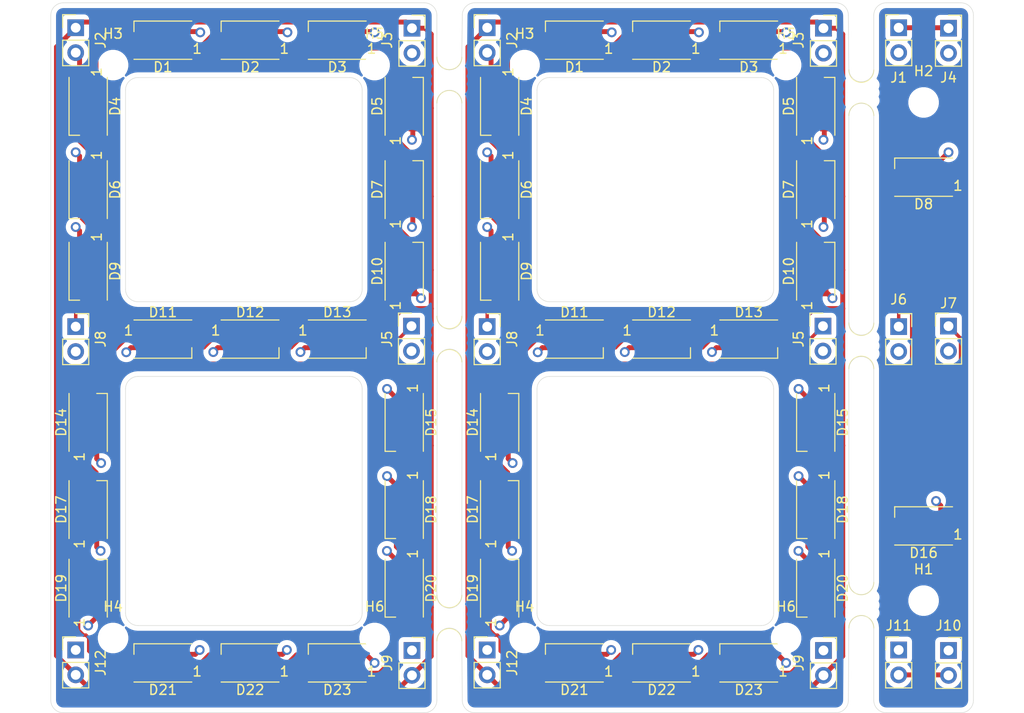
<source format=kicad_pcb>
(kicad_pcb (version 20171130) (host pcbnew "(5.1.9)-1")
  (layers (0 F.Cu signal) (31 B.Cu signal) (34 B.Paste user) (35 F.Paste user) (36 B.SilkS user) (37 F.SilkS user) (38 B.Mask user) (39 F.Mask user) (44 Edge.Cuts user))
  (net 0 "")
  (module Panelization:mouse-bite-2.54mm-slot (layer F.Cu) (at 101.9556 53.6194 90)
    (fp_text reference mouse-bite-2.54mm-slot hide)
    (fp_text value VAL** hide)
    (pad "" np_thru_hole circle (at 0.8 1.1 90) (size 0.5 0.5) (drill 0.5) (layers *.Cu *.Mask))
    (pad "" np_thru_hole circle (at -0.8 1.1 90) (size 0.5 0.5) (drill 0.5) (layers *.Cu *.Mask))
    (pad "" np_thru_hole circle (at -0.8 -1.1 90) (size 0.5 0.5) (drill 0.5) (layers *.Cu *.Mask))
    (pad "" np_thru_hole circle (at 0.8 -1.1 90) (size 0.5 0.5) (drill 0.5) (layers *.Cu *.Mask))
    (pad "" np_thru_hole circle (at 0 1.1 90) (size 0.5 0.5) (drill 0.5) (layers *.Cu *.Mask))
    (pad "" np_thru_hole circle (at 0 -1.1 90) (size 0.5 0.5) (drill 0.5) (layers *.Cu *.Mask))
  )
  (module Panelization:mouse-bite-2.54mm-slot (layer F.Cu) (at 101.9556 79.4258 90)
    (fp_text reference mouse-bite-2.54mm-slot hide)
    (fp_text value VAL** hide)
    (pad "" np_thru_hole circle (at 0.8 1.1 90) (size 0.5 0.5) (drill 0.5) (layers *.Cu *.Mask))
    (pad "" np_thru_hole circle (at -0.8 1.1 90) (size 0.5 0.5) (drill 0.5) (layers *.Cu *.Mask))
    (pad "" np_thru_hole circle (at -0.8 -1.1 90) (size 0.5 0.5) (drill 0.5) (layers *.Cu *.Mask))
    (pad "" np_thru_hole circle (at 0.8 -1.1 90) (size 0.5 0.5) (drill 0.5) (layers *.Cu *.Mask))
    (pad "" np_thru_hole circle (at 0 1.1 90) (size 0.5 0.5) (drill 0.5) (layers *.Cu *.Mask))
    (pad "" np_thru_hole circle (at 0 -1.1 90) (size 0.5 0.5) (drill 0.5) (layers *.Cu *.Mask))
  )
  (module Panelization:mouse-bite-2.54mm-slot (layer F.Cu) (at 101.9556 105.8672 90)
    (fp_text reference mouse-bite-2.54mm-slot hide)
    (fp_text value VAL** hide)
    (pad "" np_thru_hole circle (at 0.8 1.1 90) (size 0.5 0.5) (drill 0.5) (layers *.Cu *.Mask))
    (pad "" np_thru_hole circle (at -0.8 1.1 90) (size 0.5 0.5) (drill 0.5) (layers *.Cu *.Mask))
    (pad "" np_thru_hole circle (at -0.8 -1.1 90) (size 0.5 0.5) (drill 0.5) (layers *.Cu *.Mask))
    (pad "" np_thru_hole circle (at 0.8 -1.1 90) (size 0.5 0.5) (drill 0.5) (layers *.Cu *.Mask))
    (pad "" np_thru_hole circle (at 0 1.1 90) (size 0.5 0.5) (drill 0.5) (layers *.Cu *.Mask))
    (pad "" np_thru_hole circle (at 0 -1.1 90) (size 0.5 0.5) (drill 0.5) (layers *.Cu *.Mask))
  )
  (module Panelization:mouse-bite-2.54mm-slot (layer F.Cu) (at 59.944 78.74 90)
    (fp_text reference mouse-bite-2.54mm-slot hide)
    (fp_text value VAL** hide)
    (pad "" np_thru_hole circle (at 0.8 1.1 90) (size 0.5 0.5) (drill 0.5) (layers *.Cu *.Mask))
    (pad "" np_thru_hole circle (at -0.8 1.1 90) (size 0.5 0.5) (drill 0.5) (layers *.Cu *.Mask))
    (pad "" np_thru_hole circle (at -0.8 -1.1 90) (size 0.5 0.5) (drill 0.5) (layers *.Cu *.Mask))
    (pad "" np_thru_hole circle (at 0.8 -1.1 90) (size 0.5 0.5) (drill 0.5) (layers *.Cu *.Mask))
    (pad "" np_thru_hole circle (at 0 1.1 90) (size 0.5 0.5) (drill 0.5) (layers *.Cu *.Mask))
    (pad "" np_thru_hole circle (at 0 -1.1 90) (size 0.5 0.5) (drill 0.5) (layers *.Cu *.Mask))
  )
  (module Panelization:mouse-bite-2.54mm-slot (layer F.Cu) (at 59.944 52.324 90)
    (fp_text reference mouse-bite-2.54mm-slot hide)
    (fp_text value VAL** hide)
    (pad "" np_thru_hole circle (at 0.8 1.1 90) (size 0.5 0.5) (drill 0.5) (layers *.Cu *.Mask))
    (pad "" np_thru_hole circle (at -0.8 1.1 90) (size 0.5 0.5) (drill 0.5) (layers *.Cu *.Mask))
    (pad "" np_thru_hole circle (at -0.8 -1.1 90) (size 0.5 0.5) (drill 0.5) (layers *.Cu *.Mask))
    (pad "" np_thru_hole circle (at 0.8 -1.1 90) (size 0.5 0.5) (drill 0.5) (layers *.Cu *.Mask))
    (pad "" np_thru_hole circle (at 0 1.1 90) (size 0.5 0.5) (drill 0.5) (layers *.Cu *.Mask))
    (pad "" np_thru_hole circle (at 0 -1.1 90) (size 0.5 0.5) (drill 0.5) (layers *.Cu *.Mask))
  )
  (module Panelization:mouse-bite-2.54mm-slot (layer F.Cu) (at 59.944 107.188 90)
    (fp_text reference mouse-bite-2.54mm-slot hide)
    (fp_text value VAL** hide)
    (pad "" np_thru_hole circle (at 0.8 1.1 90) (size 0.5 0.5) (drill 0.5) (layers *.Cu *.Mask))
    (pad "" np_thru_hole circle (at -0.8 1.1 90) (size 0.5 0.5) (drill 0.5) (layers *.Cu *.Mask))
    (pad "" np_thru_hole circle (at -0.8 -1.1 90) (size 0.5 0.5) (drill 0.5) (layers *.Cu *.Mask))
    (pad "" np_thru_hole circle (at 0.8 -1.1 90) (size 0.5 0.5) (drill 0.5) (layers *.Cu *.Mask))
    (pad "" np_thru_hole circle (at 0 1.1 90) (size 0.5 0.5) (drill 0.5) (layers *.Cu *.Mask))
    (pad "" np_thru_hole circle (at 0 -1.1 90) (size 0.5 0.5) (drill 0.5) (layers *.Cu *.Mask))
  )
  (module LED_SMD:LED_SK6812MINI_PLCC4_3.5x3.5mm_P1.75mm (layer F.Cu) (at 55.344 55.005 90)
    (fp_text reference D5 (at 0 -2.75 90) (layer F.SilkS))
    (fp_text value SK6812MINI)
    (fp_text user 1 (at -3.5 -0.875 90) (layer F.SilkS))
    (pad 1 smd rect (at -1.75 -0.875 90) (size 1.6 0.85) (layers F.Cu F.Paste F.Mask))
    (pad 2 smd rect (at -1.75 0.875 90) (size 1.6 0.85) (layers F.Cu F.Paste F.Mask))
    (pad 4 smd rect (at 1.75 -0.875 90) (size 1.6 0.85) (layers F.Cu F.Paste F.Mask))
    (pad 3 smd rect (at 1.75 0.875 90) (size 1.6 0.85) (layers F.Cu F.Paste F.Mask))
  )
  (module Connector_PinSocket_2.54mm:PinSocket_1x02_P2.54mm_Vertical (layer F.Cu) (at 56.134 110.49)
    (fp_text reference J9 (at -2.54 1.27 90) (layer F.SilkS))
    (fp_text value Conn_01x02_Female)
    (pad 2 thru_hole oval (at 0 2.54) (size 1.7 1.7) (drill 1) (layers *.Cu *.Mask))
    (pad 1 thru_hole rect (at 0 0) (size 1.7 1.7) (drill 1) (layers *.Cu *.Mask))
  )
  (module LED_SMD:LED_SK6812MINI_PLCC4_3.5x3.5mm_P1.75mm (layer F.Cu) (at 55.344 104.14 270)
    (fp_text reference D20 (at 0 -2.75 90) (layer F.SilkS))
    (fp_text value SK6812MINI)
    (fp_text user 1 (at -3.5 -0.875 90) (layer F.SilkS))
    (pad 1 smd rect (at -1.75 -0.875 270) (size 1.6 0.85) (layers F.Cu F.Paste F.Mask))
    (pad 2 smd rect (at -1.75 0.875 270) (size 1.6 0.85) (layers F.Cu F.Paste F.Mask))
    (pad 4 smd rect (at 1.75 -0.875 270) (size 1.6 0.85) (layers F.Cu F.Paste F.Mask))
    (pad 3 smd rect (at 1.75 0.875 270) (size 1.6 0.85) (layers F.Cu F.Paste F.Mask))
  )
  (module LED_SMD:LED_SK6812MINI_PLCC4_3.5x3.5mm_P1.75mm (layer F.Cu) (at 23.114 96.125 90)
    (fp_text reference D17 (at 0 -2.75 90) (layer F.SilkS))
    (fp_text value SK6812MINI)
    (fp_text user 1 (at -3.5 -0.875 90) (layer F.SilkS))
    (pad 1 smd rect (at -1.75 -0.875 90) (size 1.6 0.85) (layers F.Cu F.Paste F.Mask))
    (pad 2 smd rect (at -1.75 0.875 90) (size 1.6 0.85) (layers F.Cu F.Paste F.Mask))
    (pad 4 smd rect (at 1.75 -0.875 90) (size 1.6 0.85) (layers F.Cu F.Paste F.Mask))
    (pad 3 smd rect (at 1.75 0.875 90) (size 1.6 0.85) (layers F.Cu F.Paste F.Mask))
  )
  (module LED_SMD:LED_SK6812MINI_PLCC4_3.5x3.5mm_P1.75mm (layer F.Cu) (at 30.734 111.76 180)
    (fp_text reference D21 (at 0 -2.75) (layer F.SilkS))
    (fp_text value SK6812MINI)
    (fp_text user 1 (at -3.5 -0.875) (layer F.SilkS))
    (pad 1 smd rect (at -1.75 -0.875 180) (size 1.6 0.85) (layers F.Cu F.Paste F.Mask))
    (pad 2 smd rect (at -1.75 0.875 180) (size 1.6 0.85) (layers F.Cu F.Paste F.Mask))
    (pad 4 smd rect (at 1.75 -0.875 180) (size 1.6 0.85) (layers F.Cu F.Paste F.Mask))
    (pad 3 smd rect (at 1.75 0.875 180) (size 1.6 0.85) (layers F.Cu F.Paste F.Mask))
  )
  (module MountingHole:MountingHole_2.1mm (layer F.Cu) (at 25.654 50.8)
    (fp_text reference H3 (at 0 -3.2) (layer F.SilkS))
    (fp_text value MountingHole)
    (pad "" np_thru_hole circle (at 0 0) (size 2.1 2.1) (drill 2.1) (layers *.Cu *.Mask))
  )
  (module Connector_PinHeader_2.54mm:PinHeader_1x02_P2.54mm_Vertical (layer F.Cu) (at 56.084 77.42)
    (fp_text reference J5 (at -2.49 1.32 90) (layer F.SilkS))
    (fp_text value Conn_01x02_Male)
    (pad 2 thru_hole oval (at 0 2.54) (size 1.7 1.7) (drill 1) (layers *.Cu *.Mask))
    (pad 1 thru_hole rect (at 0 0) (size 1.7 1.7) (drill 1) (layers *.Cu *.Mask))
  )
  (module MountingHole:MountingHole_2.1mm (layer F.Cu) (at 52.324 109.22)
    (fp_text reference H6 (at 0 -3.2) (layer F.SilkS))
    (fp_text value MountingHole)
    (pad "" np_thru_hole circle (at 0 0) (size 2.1 2.1) (drill 2.1) (layers *.Cu *.Mask))
  )
  (module Connector_PinSocket_2.54mm:PinSocket_1x02_P2.54mm_Vertical (layer F.Cu) (at 21.844 77.47)
    (fp_text reference J8 (at 2.54 1.27 90) (layer F.SilkS))
    (fp_text value Conn_01x02_Female)
    (pad 2 thru_hole oval (at 0 2.54) (size 1.7 1.7) (drill 1) (layers *.Cu *.Mask))
    (pad 1 thru_hole rect (at 0 0) (size 1.7 1.7) (drill 1) (layers *.Cu *.Mask))
  )
  (module LED_SMD:LED_SK6812MINI_PLCC4_3.5x3.5mm_P1.75mm (layer F.Cu) (at 23.114 63.5 270)
    (fp_text reference D6 (at 0 -2.75 90) (layer F.SilkS))
    (fp_text value SK6812MINI)
    (fp_text user 1 (at -3.5 -0.875 90) (layer F.SilkS))
    (pad 1 smd rect (at -1.75 -0.875 270) (size 1.6 0.85) (layers F.Cu F.Paste F.Mask))
    (pad 2 smd rect (at -1.75 0.875 270) (size 1.6 0.85) (layers F.Cu F.Paste F.Mask))
    (pad 4 smd rect (at 1.75 -0.875 270) (size 1.6 0.85) (layers F.Cu F.Paste F.Mask))
    (pad 3 smd rect (at 1.75 0.875 270) (size 1.6 0.85) (layers F.Cu F.Paste F.Mask))
  )
  (module LED_SMD:LED_SK6812MINI_PLCC4_3.5x3.5mm_P1.75mm (layer F.Cu) (at 55.344 63.5 90)
    (fp_text reference D7 (at 0 -2.75 90) (layer F.SilkS))
    (fp_text value SK6812MINI)
    (fp_text user 1 (at -3.5 -0.875 90) (layer F.SilkS))
    (pad 1 smd rect (at -1.75 -0.875 90) (size 1.6 0.85) (layers F.Cu F.Paste F.Mask))
    (pad 2 smd rect (at -1.75 0.875 90) (size 1.6 0.85) (layers F.Cu F.Paste F.Mask))
    (pad 4 smd rect (at 1.75 -0.875 90) (size 1.6 0.85) (layers F.Cu F.Paste F.Mask))
    (pad 3 smd rect (at 1.75 0.875 90) (size 1.6 0.85) (layers F.Cu F.Paste F.Mask))
  )
  (module MountingHole:MountingHole_2.1mm (layer F.Cu) (at 25.654 109.22)
    (fp_text reference H4 (at 0 -3.2) (layer F.SilkS))
    (fp_text value MountingHole)
    (pad "" np_thru_hole circle (at 0 0) (size 2.1 2.1) (drill 2.1) (layers *.Cu *.Mask))
  )
  (module Connector_PinHeader_2.54mm:PinHeader_1x02_P2.54mm_Vertical (layer F.Cu) (at 21.844 110.44)
    (fp_text reference J12 (at 2.54 1.32 90) (layer F.SilkS))
    (fp_text value Conn_01x02_Male)
    (pad 2 thru_hole oval (at 0 2.54) (size 1.7 1.7) (drill 1) (layers *.Cu *.Mask))
    (pad 1 thru_hole rect (at 0 0) (size 1.7 1.7) (drill 1) (layers *.Cu *.Mask))
  )
  (module MountingHole:MountingHole_2.1mm (layer F.Cu) (at 52.324 50.8)
    (fp_text reference H5 (at 0 -3.2) (layer F.SilkS))
    (fp_text value MountingHole)
    (pad "" np_thru_hole circle (at 0 0) (size 2.1 2.1) (drill 2.1) (layers *.Cu *.Mask))
  )
  (module LED_SMD:LED_SK6812MINI_PLCC4_3.5x3.5mm_P1.75mm (layer F.Cu) (at 55.344 96.125 270)
    (fp_text reference D18 (at 0 -2.75 90) (layer F.SilkS))
    (fp_text value SK6812MINI)
    (fp_text user 1 (at -3.5 -0.875 90) (layer F.SilkS))
    (pad 1 smd rect (at -1.75 -0.875 270) (size 1.6 0.85) (layers F.Cu F.Paste F.Mask))
    (pad 2 smd rect (at -1.75 0.875 270) (size 1.6 0.85) (layers F.Cu F.Paste F.Mask))
    (pad 4 smd rect (at 1.75 -0.875 270) (size 1.6 0.85) (layers F.Cu F.Paste F.Mask))
    (pad 3 smd rect (at 1.75 0.875 270) (size 1.6 0.85) (layers F.Cu F.Paste F.Mask))
  )
  (module LED_SMD:LED_SK6812MINI_PLCC4_3.5x3.5mm_P1.75mm (layer F.Cu) (at 39.624 111.76 180)
    (fp_text reference D22 (at 0 -2.75) (layer F.SilkS))
    (fp_text value SK6812MINI)
    (fp_text user 1 (at -3.5 -0.875) (layer F.SilkS))
    (pad 1 smd rect (at -1.75 -0.875 180) (size 1.6 0.85) (layers F.Cu F.Paste F.Mask))
    (pad 2 smd rect (at -1.75 0.875 180) (size 1.6 0.85) (layers F.Cu F.Paste F.Mask))
    (pad 4 smd rect (at 1.75 -0.875 180) (size 1.6 0.85) (layers F.Cu F.Paste F.Mask))
    (pad 3 smd rect (at 1.75 0.875 180) (size 1.6 0.85) (layers F.Cu F.Paste F.Mask))
  )
  (module LED_SMD:LED_SK6812MINI_PLCC4_3.5x3.5mm_P1.75mm (layer F.Cu) (at 55.344 87.235 270)
    (fp_text reference D15 (at 0 -2.75 90) (layer F.SilkS))
    (fp_text value SK6812MINI)
    (fp_text user 1 (at -3.5 -0.875 90) (layer F.SilkS))
    (pad 1 smd rect (at -1.75 -0.875 270) (size 1.6 0.85) (layers F.Cu F.Paste F.Mask))
    (pad 2 smd rect (at -1.75 0.875 270) (size 1.6 0.85) (layers F.Cu F.Paste F.Mask))
    (pad 4 smd rect (at 1.75 -0.875 270) (size 1.6 0.85) (layers F.Cu F.Paste F.Mask))
    (pad 3 smd rect (at 1.75 0.875 270) (size 1.6 0.85) (layers F.Cu F.Paste F.Mask))
  )
  (module LED_SMD:LED_SK6812MINI_PLCC4_3.5x3.5mm_P1.75mm (layer F.Cu) (at 30.734 48.26 180)
    (fp_text reference D1 (at 0 -2.75) (layer F.SilkS))
    (fp_text value SK6812MINI)
    (fp_text user 1 (at -3.5 -0.875) (layer F.SilkS))
    (pad 1 smd rect (at -1.75 -0.875 180) (size 1.6 0.85) (layers F.Cu F.Paste F.Mask))
    (pad 2 smd rect (at -1.75 0.875 180) (size 1.6 0.85) (layers F.Cu F.Paste F.Mask))
    (pad 4 smd rect (at 1.75 -0.875 180) (size 1.6 0.85) (layers F.Cu F.Paste F.Mask))
    (pad 3 smd rect (at 1.75 0.875 180) (size 1.6 0.85) (layers F.Cu F.Paste F.Mask))
  )
  (module Connector_PinSocket_2.54mm:PinSocket_1x02_P2.54mm_Vertical (layer F.Cu) (at 56.134 47.04)
    (fp_text reference J3 (at -2.54 1.22 90) (layer F.SilkS))
    (fp_text value Conn_01x02_Female)
    (pad 2 thru_hole oval (at 0 2.54) (size 1.7 1.7) (drill 1) (layers *.Cu *.Mask))
    (pad 1 thru_hole rect (at 0 0) (size 1.7 1.7) (drill 1) (layers *.Cu *.Mask))
  )
  (module LED_SMD:LED_SK6812MINI_PLCC4_3.5x3.5mm_P1.75mm (layer F.Cu) (at 48.514 78.74)
    (fp_text reference D13 (at 0 -2.75) (layer F.SilkS))
    (fp_text value SK6812MINI)
    (fp_text user 1 (at -3.5 -0.875) (layer F.SilkS))
    (pad 1 smd rect (at -1.75 -0.875) (size 1.6 0.85) (layers F.Cu F.Paste F.Mask))
    (pad 2 smd rect (at -1.75 0.875) (size 1.6 0.85) (layers F.Cu F.Paste F.Mask))
    (pad 4 smd rect (at 1.75 -0.875) (size 1.6 0.85) (layers F.Cu F.Paste F.Mask))
    (pad 3 smd rect (at 1.75 0.875) (size 1.6 0.85) (layers F.Cu F.Paste F.Mask))
  )
  (module LED_SMD:LED_SK6812MINI_PLCC4_3.5x3.5mm_P1.75mm (layer F.Cu) (at 23.114 104.14 90)
    (fp_text reference D19 (at 0 -2.75 90) (layer F.SilkS))
    (fp_text value SK6812MINI)
    (fp_text user 1 (at -3.5 -0.875 90) (layer F.SilkS))
    (pad 1 smd rect (at -1.75 -0.875 90) (size 1.6 0.85) (layers F.Cu F.Paste F.Mask))
    (pad 2 smd rect (at -1.75 0.875 90) (size 1.6 0.85) (layers F.Cu F.Paste F.Mask))
    (pad 4 smd rect (at 1.75 -0.875 90) (size 1.6 0.85) (layers F.Cu F.Paste F.Mask))
    (pad 3 smd rect (at 1.75 0.875 90) (size 1.6 0.85) (layers F.Cu F.Paste F.Mask))
  )
  (module LED_SMD:LED_SK6812MINI_PLCC4_3.5x3.5mm_P1.75mm (layer F.Cu) (at 23.114 71.822 270)
    (fp_text reference D9 (at 0 -2.75 90) (layer F.SilkS))
    (fp_text value SK6812MINI)
    (fp_text user 1 (at -3.5 -0.875 90) (layer F.SilkS))
    (pad 1 smd rect (at -1.75 -0.875 270) (size 1.6 0.85) (layers F.Cu F.Paste F.Mask))
    (pad 2 smd rect (at -1.75 0.875 270) (size 1.6 0.85) (layers F.Cu F.Paste F.Mask))
    (pad 4 smd rect (at 1.75 -0.875 270) (size 1.6 0.85) (layers F.Cu F.Paste F.Mask))
    (pad 3 smd rect (at 1.75 0.875 270) (size 1.6 0.85) (layers F.Cu F.Paste F.Mask))
  )
  (module LED_SMD:LED_SK6812MINI_PLCC4_3.5x3.5mm_P1.75mm (layer F.Cu) (at 55.344 71.822 90)
    (fp_text reference D10 (at 0 -2.75 90) (layer F.SilkS))
    (fp_text value SK6812MINI)
    (fp_text user 1 (at -3.5 -0.875 90) (layer F.SilkS))
    (pad 1 smd rect (at -1.75 -0.875 90) (size 1.6 0.85) (layers F.Cu F.Paste F.Mask))
    (pad 2 smd rect (at -1.75 0.875 90) (size 1.6 0.85) (layers F.Cu F.Paste F.Mask))
    (pad 4 smd rect (at 1.75 -0.875 90) (size 1.6 0.85) (layers F.Cu F.Paste F.Mask))
    (pad 3 smd rect (at 1.75 0.875 90) (size 1.6 0.85) (layers F.Cu F.Paste F.Mask))
  )
  (module LED_SMD:LED_SK6812MINI_PLCC4_3.5x3.5mm_P1.75mm (layer F.Cu) (at 30.734 78.74)
    (fp_text reference D11 (at 0 -2.75) (layer F.SilkS))
    (fp_text value SK6812MINI)
    (fp_text user 1 (at -3.5 -0.875) (layer F.SilkS))
    (pad 1 smd rect (at -1.75 -0.875) (size 1.6 0.85) (layers F.Cu F.Paste F.Mask))
    (pad 2 smd rect (at -1.75 0.875) (size 1.6 0.85) (layers F.Cu F.Paste F.Mask))
    (pad 4 smd rect (at 1.75 -0.875) (size 1.6 0.85) (layers F.Cu F.Paste F.Mask))
    (pad 3 smd rect (at 1.75 0.875) (size 1.6 0.85) (layers F.Cu F.Paste F.Mask))
  )
  (module LED_SMD:LED_SK6812MINI_PLCC4_3.5x3.5mm_P1.75mm (layer F.Cu) (at 48.514 48.26 180)
    (fp_text reference D3 (at 0 -2.75) (layer F.SilkS))
    (fp_text value SK6812MINI)
    (fp_text user 1 (at -3.5 -0.875) (layer F.SilkS))
    (pad 1 smd rect (at -1.75 -0.875 180) (size 1.6 0.85) (layers F.Cu F.Paste F.Mask))
    (pad 2 smd rect (at -1.75 0.875 180) (size 1.6 0.85) (layers F.Cu F.Paste F.Mask))
    (pad 4 smd rect (at 1.75 -0.875 180) (size 1.6 0.85) (layers F.Cu F.Paste F.Mask))
    (pad 3 smd rect (at 1.75 0.875 180) (size 1.6 0.85) (layers F.Cu F.Paste F.Mask))
  )
  (module Connector_PinHeader_2.54mm:PinHeader_1x02_P2.54mm_Vertical (layer F.Cu) (at 21.844 46.99)
    (fp_text reference J2 (at 2.54 1.27 90) (layer F.SilkS))
    (fp_text value Conn_01x02_Male)
    (pad 2 thru_hole oval (at 0 2.54) (size 1.7 1.7) (drill 1) (layers *.Cu *.Mask))
    (pad 1 thru_hole rect (at 0 0) (size 1.7 1.7) (drill 1) (layers *.Cu *.Mask))
  )
  (module LED_SMD:LED_SK6812MINI_PLCC4_3.5x3.5mm_P1.75mm (layer F.Cu) (at 23.114 55.005 270)
    (fp_text reference D4 (at 0 -2.75 90) (layer F.SilkS))
    (fp_text value SK6812MINI)
    (fp_text user 1 (at -3.5 -0.875 90) (layer F.SilkS))
    (pad 1 smd rect (at -1.75 -0.875 270) (size 1.6 0.85) (layers F.Cu F.Paste F.Mask))
    (pad 2 smd rect (at -1.75 0.875 270) (size 1.6 0.85) (layers F.Cu F.Paste F.Mask))
    (pad 4 smd rect (at 1.75 -0.875 270) (size 1.6 0.85) (layers F.Cu F.Paste F.Mask))
    (pad 3 smd rect (at 1.75 0.875 270) (size 1.6 0.85) (layers F.Cu F.Paste F.Mask))
  )
  (module LED_SMD:LED_SK6812MINI_PLCC4_3.5x3.5mm_P1.75mm (layer F.Cu) (at 23.114 87.235 90)
    (fp_text reference D14 (at 0 -2.75 90) (layer F.SilkS))
    (fp_text value SK6812MINI)
    (fp_text user 1 (at -3.5 -0.875 90) (layer F.SilkS))
    (pad 1 smd rect (at -1.75 -0.875 90) (size 1.6 0.85) (layers F.Cu F.Paste F.Mask))
    (pad 2 smd rect (at -1.75 0.875 90) (size 1.6 0.85) (layers F.Cu F.Paste F.Mask))
    (pad 4 smd rect (at 1.75 -0.875 90) (size 1.6 0.85) (layers F.Cu F.Paste F.Mask))
    (pad 3 smd rect (at 1.75 0.875 90) (size 1.6 0.85) (layers F.Cu F.Paste F.Mask))
  )
  (module LED_SMD:LED_SK6812MINI_PLCC4_3.5x3.5mm_P1.75mm (layer F.Cu) (at 39.624 48.26 180)
    (fp_text reference D2 (at 0 -2.75) (layer F.SilkS))
    (fp_text value SK6812MINI)
    (fp_text user 1 (at -3.5 -0.875) (layer F.SilkS))
    (pad 1 smd rect (at -1.75 -0.875 180) (size 1.6 0.85) (layers F.Cu F.Paste F.Mask))
    (pad 2 smd rect (at -1.75 0.875 180) (size 1.6 0.85) (layers F.Cu F.Paste F.Mask))
    (pad 4 smd rect (at 1.75 -0.875 180) (size 1.6 0.85) (layers F.Cu F.Paste F.Mask))
    (pad 3 smd rect (at 1.75 0.875 180) (size 1.6 0.85) (layers F.Cu F.Paste F.Mask))
  )
  (module LED_SMD:LED_SK6812MINI_PLCC4_3.5x3.5mm_P1.75mm (layer F.Cu) (at 48.514 111.76 180)
    (fp_text reference D23 (at 0 -2.75) (layer F.SilkS))
    (fp_text value SK6812MINI)
    (fp_text user 1 (at -3.5 -0.875) (layer F.SilkS))
    (pad 1 smd rect (at -1.75 -0.875 180) (size 1.6 0.85) (layers F.Cu F.Paste F.Mask))
    (pad 2 smd rect (at -1.75 0.875 180) (size 1.6 0.85) (layers F.Cu F.Paste F.Mask))
    (pad 4 smd rect (at 1.75 -0.875 180) (size 1.6 0.85) (layers F.Cu F.Paste F.Mask))
    (pad 3 smd rect (at 1.75 0.875 180) (size 1.6 0.85) (layers F.Cu F.Paste F.Mask))
  )
  (module LED_SMD:LED_SK6812MINI_PLCC4_3.5x3.5mm_P1.75mm (layer F.Cu) (at 39.624 78.74)
    (fp_text reference D12 (at 0 -2.75) (layer F.SilkS))
    (fp_text value SK6812MINI)
    (fp_text user 1 (at -3.5 -0.875) (layer F.SilkS))
    (pad 1 smd rect (at -1.75 -0.875) (size 1.6 0.85) (layers F.Cu F.Paste F.Mask))
    (pad 2 smd rect (at -1.75 0.875) (size 1.6 0.85) (layers F.Cu F.Paste F.Mask))
    (pad 4 smd rect (at 1.75 -0.875) (size 1.6 0.85) (layers F.Cu F.Paste F.Mask))
    (pad 3 smd rect (at 1.75 0.875) (size 1.6 0.85) (layers F.Cu F.Paste F.Mask))
  )
  (module MountingHole:MountingHole_2.1mm (layer F.Cu) (at 108.3056 54.61)
    (fp_text reference H2 (at 0 -3.2) (layer F.SilkS))
    (fp_text value MountingHole)
    (pad "" np_thru_hole circle (at 0 0) (size 2.1 2.1) (drill 2.1) (layers *.Cu *.Mask))
  )
  (module MountingHole:MountingHole_2.1mm (layer F.Cu) (at 67.6148 109.22)
    (fp_text reference H4 (at 0 -3.2) (layer F.SilkS))
    (fp_text value MountingHole)
    (pad "" np_thru_hole circle (at 0 0) (size 2.1 2.1) (drill 2.1) (layers *.Cu *.Mask))
  )
  (module MountingHole:MountingHole_2.1mm (layer F.Cu) (at 94.2848 50.8)
    (fp_text reference H5 (at 0 -3.2) (layer F.SilkS))
    (fp_text value MountingHole)
    (pad "" np_thru_hole circle (at 0 0) (size 2.1 2.1) (drill 2.1) (layers *.Cu *.Mask))
  )
  (module MountingHole:MountingHole_2.1mm (layer F.Cu) (at 108.3056 105.41)
    (fp_text reference H1 (at 0 -3.2) (layer F.SilkS))
    (fp_text value MountingHole)
    (pad "" np_thru_hole circle (at 0 0) (size 2.1 2.1) (drill 2.1) (layers *.Cu *.Mask))
  )
  (module Connector_PinHeader_2.54mm:PinHeader_1x02_P2.54mm_Vertical (layer F.Cu) (at 110.8456 77.42)
    (fp_text reference J7 (at 0 -2.33) (layer F.SilkS))
    (fp_text value Conn_01x02_Male)
    (pad 1 thru_hole rect (at 0 0) (size 1.7 1.7) (drill 1) (layers *.Cu *.Mask))
    (pad 2 thru_hole oval (at 0 2.54) (size 1.7 1.7) (drill 1) (layers *.Cu *.Mask))
  )
  (module MountingHole:MountingHole_2.1mm (layer F.Cu) (at 67.6148 50.8)
    (fp_text reference H3 (at 0 -3.2) (layer F.SilkS))
    (fp_text value MountingHole)
    (pad "" np_thru_hole circle (at 0 0) (size 2.1 2.1) (drill 2.1) (layers *.Cu *.Mask))
  )
  (module Connector_PinSocket_2.54mm:PinSocket_1x02_P2.54mm_Vertical (layer F.Cu) (at 110.8456 110.49)
    (fp_text reference J10 (at 0 -2.54) (layer F.SilkS))
    (fp_text value Conn_01x02_Female)
    (pad 1 thru_hole rect (at 0 0) (size 1.7 1.7) (drill 1) (layers *.Cu *.Mask))
    (pad 2 thru_hole oval (at 0 2.54) (size 1.7 1.7) (drill 1) (layers *.Cu *.Mask))
  )
  (module Connector_PinHeader_2.54mm:PinHeader_1x02_P2.54mm_Vertical (layer F.Cu) (at 105.7656 110.44)
    (fp_text reference J11 (at 0 -2.49) (layer F.SilkS))
    (fp_text value Conn_01x02_Male)
    (pad 1 thru_hole rect (at 0 0) (size 1.7 1.7) (drill 1) (layers *.Cu *.Mask))
    (pad 2 thru_hole oval (at 0 2.54) (size 1.7 1.7) (drill 1) (layers *.Cu *.Mask))
  )
  (module Connector_PinHeader_2.54mm:PinHeader_1x02_P2.54mm_Vertical (layer F.Cu) (at 63.8048 110.44)
    (fp_text reference J12 (at 2.54 1.32 90) (layer F.SilkS))
    (fp_text value Conn_01x02_Male)
    (pad 1 thru_hole rect (at 0 0) (size 1.7 1.7) (drill 1) (layers *.Cu *.Mask))
    (pad 2 thru_hole oval (at 0 2.54) (size 1.7 1.7) (drill 1) (layers *.Cu *.Mask))
  )
  (module Connector_PinHeader_2.54mm:PinHeader_1x02_P2.54mm_Vertical (layer F.Cu) (at 98.0448 77.42)
    (fp_text reference J5 (at -2.49 1.32 90) (layer F.SilkS))
    (fp_text value Conn_01x02_Male)
    (pad 1 thru_hole rect (at 0 0) (size 1.7 1.7) (drill 1) (layers *.Cu *.Mask))
    (pad 2 thru_hole oval (at 0 2.54) (size 1.7 1.7) (drill 1) (layers *.Cu *.Mask))
  )
  (module Connector_PinSocket_2.54mm:PinSocket_1x02_P2.54mm_Vertical (layer F.Cu) (at 105.7656 77.47)
    (fp_text reference J6 (at 0 -2.77) (layer F.SilkS))
    (fp_text value Conn_01x02_Female)
    (pad 1 thru_hole rect (at 0 0) (size 1.7 1.7) (drill 1) (layers *.Cu *.Mask))
    (pad 2 thru_hole oval (at 0 2.54) (size 1.7 1.7) (drill 1) (layers *.Cu *.Mask))
  )
  (module MountingHole:MountingHole_2.1mm (layer F.Cu) (at 94.2848 109.22)
    (fp_text reference H6 (at 0 -3.2) (layer F.SilkS))
    (fp_text value MountingHole)
    (pad "" np_thru_hole circle (at 0 0) (size 2.1 2.1) (drill 2.1) (layers *.Cu *.Mask))
  )
  (module Connector_PinSocket_2.54mm:PinSocket_1x02_P2.54mm_Vertical (layer F.Cu) (at 63.8048 77.47)
    (fp_text reference J8 (at 2.54 1.27 90) (layer F.SilkS))
    (fp_text value Conn_01x02_Female)
    (pad 1 thru_hole rect (at 0 0) (size 1.7 1.7) (drill 1) (layers *.Cu *.Mask))
    (pad 2 thru_hole oval (at 0 2.54) (size 1.7 1.7) (drill 1) (layers *.Cu *.Mask))
  )
  (module LED_SMD:LED_SK6812MINI_PLCC4_3.5x3.5mm_P1.75mm (layer F.Cu) (at 65.0748 63.5 270)
    (fp_text reference D6 (at 0 -2.75 90) (layer F.SilkS))
    (fp_text value SK6812MINI)
    (fp_text user 1 (at -3.5 -0.875 90) (layer F.SilkS))
    (pad 3 smd rect (at 1.75 0.875 270) (size 1.6 0.85) (layers F.Cu F.Paste F.Mask))
    (pad 4 smd rect (at 1.75 -0.875 270) (size 1.6 0.85) (layers F.Cu F.Paste F.Mask))
    (pad 2 smd rect (at -1.75 0.875 270) (size 1.6 0.85) (layers F.Cu F.Paste F.Mask))
    (pad 1 smd rect (at -1.75 -0.875 270) (size 1.6 0.85) (layers F.Cu F.Paste F.Mask))
  )
  (module LED_SMD:LED_SK6812MINI_PLCC4_3.5x3.5mm_P1.75mm (layer F.Cu) (at 97.3048 63.5 90)
    (fp_text reference D7 (at 0 -2.75 90) (layer F.SilkS))
    (fp_text value SK6812MINI)
    (fp_text user 1 (at -3.5 -0.875 90) (layer F.SilkS))
    (pad 3 smd rect (at 1.75 0.875 90) (size 1.6 0.85) (layers F.Cu F.Paste F.Mask))
    (pad 4 smd rect (at 1.75 -0.875 90) (size 1.6 0.85) (layers F.Cu F.Paste F.Mask))
    (pad 2 smd rect (at -1.75 0.875 90) (size 1.6 0.85) (layers F.Cu F.Paste F.Mask))
    (pad 1 smd rect (at -1.75 -0.875 90) (size 1.6 0.85) (layers F.Cu F.Paste F.Mask))
  )
  (module LED_SMD:LED_SK6812MINI_PLCC4_3.5x3.5mm_P1.75mm (layer F.Cu) (at 97.3048 96.125 270)
    (fp_text reference D18 (at 0 -2.75 90) (layer F.SilkS))
    (fp_text value SK6812MINI)
    (fp_text user 1 (at -3.5 -0.875 90) (layer F.SilkS))
    (pad 3 smd rect (at 1.75 0.875 270) (size 1.6 0.85) (layers F.Cu F.Paste F.Mask))
    (pad 4 smd rect (at 1.75 -0.875 270) (size 1.6 0.85) (layers F.Cu F.Paste F.Mask))
    (pad 2 smd rect (at -1.75 0.875 270) (size 1.6 0.85) (layers F.Cu F.Paste F.Mask))
    (pad 1 smd rect (at -1.75 -0.875 270) (size 1.6 0.85) (layers F.Cu F.Paste F.Mask))
  )
  (module Connector_PinHeader_2.54mm:PinHeader_1x02_P2.54mm_Vertical (layer F.Cu) (at 105.7656 46.99)
    (fp_text reference J1 (at 0 5.08) (layer F.SilkS))
    (fp_text value Conn_01x02_Male)
    (pad 1 thru_hole rect (at 0 0) (size 1.7 1.7) (drill 1) (layers *.Cu *.Mask))
    (pad 2 thru_hole oval (at 0 2.54) (size 1.7 1.7) (drill 1) (layers *.Cu *.Mask))
  )
  (module LED_SMD:LED_SK6812MINI_PLCC4_3.5x3.5mm_P1.75mm (layer F.Cu) (at 108.3056 62.23 180)
    (fp_text reference D8 (at 0 -2.75) (layer F.SilkS))
    (fp_text value SK6812MINI)
    (fp_text user 1 (at -3.5 -0.875) (layer F.SilkS))
    (pad 3 smd rect (at 1.75 0.875 180) (size 1.6 0.85) (layers F.Cu F.Paste F.Mask))
    (pad 4 smd rect (at 1.75 -0.875 180) (size 1.6 0.85) (layers F.Cu F.Paste F.Mask))
    (pad 2 smd rect (at -1.75 0.875 180) (size 1.6 0.85) (layers F.Cu F.Paste F.Mask))
    (pad 1 smd rect (at -1.75 -0.875 180) (size 1.6 0.85) (layers F.Cu F.Paste F.Mask))
  )
  (module LED_SMD:LED_SK6812MINI_PLCC4_3.5x3.5mm_P1.75mm (layer F.Cu) (at 72.6948 78.74)
    (fp_text reference D11 (at 0 -2.75) (layer F.SilkS))
    (fp_text value SK6812MINI)
    (fp_text user 1 (at -3.5 -0.875) (layer F.SilkS))
    (pad 3 smd rect (at 1.75 0.875) (size 1.6 0.85) (layers F.Cu F.Paste F.Mask))
    (pad 4 smd rect (at 1.75 -0.875) (size 1.6 0.85) (layers F.Cu F.Paste F.Mask))
    (pad 2 smd rect (at -1.75 0.875) (size 1.6 0.85) (layers F.Cu F.Paste F.Mask))
    (pad 1 smd rect (at -1.75 -0.875) (size 1.6 0.85) (layers F.Cu F.Paste F.Mask))
  )
  (module LED_SMD:LED_SK6812MINI_PLCC4_3.5x3.5mm_P1.75mm (layer F.Cu) (at 81.5848 78.74)
    (fp_text reference D12 (at 0 -2.75) (layer F.SilkS))
    (fp_text value SK6812MINI)
    (fp_text user 1 (at -3.5 -0.875) (layer F.SilkS))
    (pad 3 smd rect (at 1.75 0.875) (size 1.6 0.85) (layers F.Cu F.Paste F.Mask))
    (pad 4 smd rect (at 1.75 -0.875) (size 1.6 0.85) (layers F.Cu F.Paste F.Mask))
    (pad 2 smd rect (at -1.75 0.875) (size 1.6 0.85) (layers F.Cu F.Paste F.Mask))
    (pad 1 smd rect (at -1.75 -0.875) (size 1.6 0.85) (layers F.Cu F.Paste F.Mask))
  )
  (module LED_SMD:LED_SK6812MINI_PLCC4_3.5x3.5mm_P1.75mm (layer F.Cu) (at 90.4748 78.74)
    (fp_text reference D13 (at 0 -2.75) (layer F.SilkS))
    (fp_text value SK6812MINI)
    (fp_text user 1 (at -3.5 -0.875) (layer F.SilkS))
    (pad 3 smd rect (at 1.75 0.875) (size 1.6 0.85) (layers F.Cu F.Paste F.Mask))
    (pad 4 smd rect (at 1.75 -0.875) (size 1.6 0.85) (layers F.Cu F.Paste F.Mask))
    (pad 2 smd rect (at -1.75 0.875) (size 1.6 0.85) (layers F.Cu F.Paste F.Mask))
    (pad 1 smd rect (at -1.75 -0.875) (size 1.6 0.85) (layers F.Cu F.Paste F.Mask))
  )
  (module LED_SMD:LED_SK6812MINI_PLCC4_3.5x3.5mm_P1.75mm (layer F.Cu) (at 90.4748 48.26 180)
    (fp_text reference D3 (at 0 -2.75) (layer F.SilkS))
    (fp_text value SK6812MINI)
    (fp_text user 1 (at -3.5 -0.875) (layer F.SilkS))
    (pad 3 smd rect (at 1.75 0.875 180) (size 1.6 0.85) (layers F.Cu F.Paste F.Mask))
    (pad 4 smd rect (at 1.75 -0.875 180) (size 1.6 0.85) (layers F.Cu F.Paste F.Mask))
    (pad 2 smd rect (at -1.75 0.875 180) (size 1.6 0.85) (layers F.Cu F.Paste F.Mask))
    (pad 1 smd rect (at -1.75 -0.875 180) (size 1.6 0.85) (layers F.Cu F.Paste F.Mask))
  )
  (module LED_SMD:LED_SK6812MINI_PLCC4_3.5x3.5mm_P1.75mm (layer F.Cu) (at 81.5848 111.76 180)
    (fp_text reference D22 (at 0 -2.75) (layer F.SilkS))
    (fp_text value SK6812MINI)
    (fp_text user 1 (at -3.5 -0.875) (layer F.SilkS))
    (pad 3 smd rect (at 1.75 0.875 180) (size 1.6 0.85) (layers F.Cu F.Paste F.Mask))
    (pad 4 smd rect (at 1.75 -0.875 180) (size 1.6 0.85) (layers F.Cu F.Paste F.Mask))
    (pad 2 smd rect (at -1.75 0.875 180) (size 1.6 0.85) (layers F.Cu F.Paste F.Mask))
    (pad 1 smd rect (at -1.75 -0.875 180) (size 1.6 0.85) (layers F.Cu F.Paste F.Mask))
  )
  (module LED_SMD:LED_SK6812MINI_PLCC4_3.5x3.5mm_P1.75mm (layer F.Cu) (at 90.4748 111.76 180)
    (fp_text reference D23 (at 0 -2.75) (layer F.SilkS))
    (fp_text value SK6812MINI)
    (fp_text user 1 (at -3.5 -0.875) (layer F.SilkS))
    (pad 3 smd rect (at 1.75 0.875 180) (size 1.6 0.85) (layers F.Cu F.Paste F.Mask))
    (pad 4 smd rect (at 1.75 -0.875 180) (size 1.6 0.85) (layers F.Cu F.Paste F.Mask))
    (pad 2 smd rect (at -1.75 0.875 180) (size 1.6 0.85) (layers F.Cu F.Paste F.Mask))
    (pad 1 smd rect (at -1.75 -0.875 180) (size 1.6 0.85) (layers F.Cu F.Paste F.Mask))
  )
  (module LED_SMD:LED_SK6812MINI_PLCC4_3.5x3.5mm_P1.75mm (layer F.Cu) (at 65.0748 87.235 90)
    (fp_text reference D14 (at 0 -2.75 90) (layer F.SilkS))
    (fp_text value SK6812MINI)
    (fp_text user 1 (at -3.5 -0.875 90) (layer F.SilkS))
    (pad 3 smd rect (at 1.75 0.875 90) (size 1.6 0.85) (layers F.Cu F.Paste F.Mask))
    (pad 4 smd rect (at 1.75 -0.875 90) (size 1.6 0.85) (layers F.Cu F.Paste F.Mask))
    (pad 2 smd rect (at -1.75 0.875 90) (size 1.6 0.85) (layers F.Cu F.Paste F.Mask))
    (pad 1 smd rect (at -1.75 -0.875 90) (size 1.6 0.85) (layers F.Cu F.Paste F.Mask))
  )
  (module Connector_PinSocket_2.54mm:PinSocket_1x02_P2.54mm_Vertical (layer F.Cu) (at 110.8456 47.04)
    (fp_text reference J4 (at 0 5.03) (layer F.SilkS))
    (fp_text value Conn_01x02_Female)
    (pad 1 thru_hole rect (at 0 0) (size 1.7 1.7) (drill 1) (layers *.Cu *.Mask))
    (pad 2 thru_hole oval (at 0 2.54) (size 1.7 1.7) (drill 1) (layers *.Cu *.Mask))
  )
  (module LED_SMD:LED_SK6812MINI_PLCC4_3.5x3.5mm_P1.75mm (layer F.Cu) (at 97.3048 87.235 270)
    (fp_text reference D15 (at 0 -2.75 90) (layer F.SilkS))
    (fp_text value SK6812MINI)
    (fp_text user 1 (at -3.5 -0.875 90) (layer F.SilkS))
    (pad 3 smd rect (at 1.75 0.875 270) (size 1.6 0.85) (layers F.Cu F.Paste F.Mask))
    (pad 4 smd rect (at 1.75 -0.875 270) (size 1.6 0.85) (layers F.Cu F.Paste F.Mask))
    (pad 2 smd rect (at -1.75 0.875 270) (size 1.6 0.85) (layers F.Cu F.Paste F.Mask))
    (pad 1 smd rect (at -1.75 -0.875 270) (size 1.6 0.85) (layers F.Cu F.Paste F.Mask))
  )
  (module LED_SMD:LED_SK6812MINI_PLCC4_3.5x3.5mm_P1.75mm (layer F.Cu) (at 65.0748 104.14 90)
    (fp_text reference D19 (at 0 -2.75 90) (layer F.SilkS))
    (fp_text value SK6812MINI)
    (fp_text user 1 (at -3.5 -0.875 90) (layer F.SilkS))
    (pad 3 smd rect (at 1.75 0.875 90) (size 1.6 0.85) (layers F.Cu F.Paste F.Mask))
    (pad 4 smd rect (at 1.75 -0.875 90) (size 1.6 0.85) (layers F.Cu F.Paste F.Mask))
    (pad 2 smd rect (at -1.75 0.875 90) (size 1.6 0.85) (layers F.Cu F.Paste F.Mask))
    (pad 1 smd rect (at -1.75 -0.875 90) (size 1.6 0.85) (layers F.Cu F.Paste F.Mask))
  )
  (module Connector_PinHeader_2.54mm:PinHeader_1x02_P2.54mm_Vertical (layer F.Cu) (at 63.8048 46.99)
    (fp_text reference J2 (at 2.54 1.27 90) (layer F.SilkS))
    (fp_text value Conn_01x02_Male)
    (pad 1 thru_hole rect (at 0 0) (size 1.7 1.7) (drill 1) (layers *.Cu *.Mask))
    (pad 2 thru_hole oval (at 0 2.54) (size 1.7 1.7) (drill 1) (layers *.Cu *.Mask))
  )
  (module Connector_PinSocket_2.54mm:PinSocket_1x02_P2.54mm_Vertical (layer F.Cu) (at 98.0948 47.04)
    (fp_text reference J3 (at -2.54 1.22 90) (layer F.SilkS))
    (fp_text value Conn_01x02_Female)
    (pad 1 thru_hole rect (at 0 0) (size 1.7 1.7) (drill 1) (layers *.Cu *.Mask))
    (pad 2 thru_hole oval (at 0 2.54) (size 1.7 1.7) (drill 1) (layers *.Cu *.Mask))
  )
  (module LED_SMD:LED_SK6812MINI_PLCC4_3.5x3.5mm_P1.75mm (layer F.Cu) (at 65.0748 55.005 270)
    (fp_text reference D4 (at 0 -2.75 90) (layer F.SilkS))
    (fp_text value SK6812MINI)
    (fp_text user 1 (at -3.5 -0.875 90) (layer F.SilkS))
    (pad 3 smd rect (at 1.75 0.875 270) (size 1.6 0.85) (layers F.Cu F.Paste F.Mask))
    (pad 4 smd rect (at 1.75 -0.875 270) (size 1.6 0.85) (layers F.Cu F.Paste F.Mask))
    (pad 2 smd rect (at -1.75 0.875 270) (size 1.6 0.85) (layers F.Cu F.Paste F.Mask))
    (pad 1 smd rect (at -1.75 -0.875 270) (size 1.6 0.85) (layers F.Cu F.Paste F.Mask))
  )
  (module LED_SMD:LED_SK6812MINI_PLCC4_3.5x3.5mm_P1.75mm (layer F.Cu) (at 81.5848 48.26 180)
    (fp_text reference D2 (at 0 -2.75) (layer F.SilkS))
    (fp_text value SK6812MINI)
    (fp_text user 1 (at -3.5 -0.875) (layer F.SilkS))
    (pad 3 smd rect (at 1.75 0.875 180) (size 1.6 0.85) (layers F.Cu F.Paste F.Mask))
    (pad 4 smd rect (at 1.75 -0.875 180) (size 1.6 0.85) (layers F.Cu F.Paste F.Mask))
    (pad 2 smd rect (at -1.75 0.875 180) (size 1.6 0.85) (layers F.Cu F.Paste F.Mask))
    (pad 1 smd rect (at -1.75 -0.875 180) (size 1.6 0.85) (layers F.Cu F.Paste F.Mask))
  )
  (module LED_SMD:LED_SK6812MINI_PLCC4_3.5x3.5mm_P1.75mm (layer F.Cu) (at 108.3056 97.79 180)
    (fp_text reference D16 (at 0 -2.75) (layer F.SilkS))
    (fp_text value SK6812MINI)
    (fp_text user 1 (at -3.5 -0.875) (layer F.SilkS))
    (pad 3 smd rect (at 1.75 0.875 180) (size 1.6 0.85) (layers F.Cu F.Paste F.Mask))
    (pad 4 smd rect (at 1.75 -0.875 180) (size 1.6 0.85) (layers F.Cu F.Paste F.Mask))
    (pad 2 smd rect (at -1.75 0.875 180) (size 1.6 0.85) (layers F.Cu F.Paste F.Mask))
    (pad 1 smd rect (at -1.75 -0.875 180) (size 1.6 0.85) (layers F.Cu F.Paste F.Mask))
  )
  (module LED_SMD:LED_SK6812MINI_PLCC4_3.5x3.5mm_P1.75mm (layer F.Cu) (at 65.0748 71.822 270)
    (fp_text reference D9 (at 0 -2.75 90) (layer F.SilkS))
    (fp_text value SK6812MINI)
    (fp_text user 1 (at -3.5 -0.875 90) (layer F.SilkS))
    (pad 3 smd rect (at 1.75 0.875 270) (size 1.6 0.85) (layers F.Cu F.Paste F.Mask))
    (pad 4 smd rect (at 1.75 -0.875 270) (size 1.6 0.85) (layers F.Cu F.Paste F.Mask))
    (pad 2 smd rect (at -1.75 0.875 270) (size 1.6 0.85) (layers F.Cu F.Paste F.Mask))
    (pad 1 smd rect (at -1.75 -0.875 270) (size 1.6 0.85) (layers F.Cu F.Paste F.Mask))
  )
  (module LED_SMD:LED_SK6812MINI_PLCC4_3.5x3.5mm_P1.75mm (layer F.Cu) (at 72.6948 48.26 180)
    (fp_text reference D1 (at 0 -2.75) (layer F.SilkS))
    (fp_text value SK6812MINI)
    (fp_text user 1 (at -3.5 -0.875) (layer F.SilkS))
    (pad 3 smd rect (at 1.75 0.875 180) (size 1.6 0.85) (layers F.Cu F.Paste F.Mask))
    (pad 4 smd rect (at 1.75 -0.875 180) (size 1.6 0.85) (layers F.Cu F.Paste F.Mask))
    (pad 2 smd rect (at -1.75 0.875 180) (size 1.6 0.85) (layers F.Cu F.Paste F.Mask))
    (pad 1 smd rect (at -1.75 -0.875 180) (size 1.6 0.85) (layers F.Cu F.Paste F.Mask))
  )
  (module LED_SMD:LED_SK6812MINI_PLCC4_3.5x3.5mm_P1.75mm (layer F.Cu) (at 97.3048 71.822 90)
    (fp_text reference D10 (at 0 -2.75 90) (layer F.SilkS))
    (fp_text value SK6812MINI)
    (fp_text user 1 (at -3.5 -0.875 90) (layer F.SilkS))
    (pad 3 smd rect (at 1.75 0.875 90) (size 1.6 0.85) (layers F.Cu F.Paste F.Mask))
    (pad 4 smd rect (at 1.75 -0.875 90) (size 1.6 0.85) (layers F.Cu F.Paste F.Mask))
    (pad 2 smd rect (at -1.75 0.875 90) (size 1.6 0.85) (layers F.Cu F.Paste F.Mask))
    (pad 1 smd rect (at -1.75 -0.875 90) (size 1.6 0.85) (layers F.Cu F.Paste F.Mask))
  )
  (module Connector_PinSocket_2.54mm:PinSocket_1x02_P2.54mm_Vertical (layer F.Cu) (at 98.0948 110.49)
    (fp_text reference J9 (at -2.54 1.27 90) (layer F.SilkS))
    (fp_text value Conn_01x02_Female)
    (pad 1 thru_hole rect (at 0 0) (size 1.7 1.7) (drill 1) (layers *.Cu *.Mask))
    (pad 2 thru_hole oval (at 0 2.54) (size 1.7 1.7) (drill 1) (layers *.Cu *.Mask))
  )
  (module LED_SMD:LED_SK6812MINI_PLCC4_3.5x3.5mm_P1.75mm (layer F.Cu) (at 97.3048 55.005 90)
    (fp_text reference D5 (at 0 -2.75 90) (layer F.SilkS))
    (fp_text value SK6812MINI)
    (fp_text user 1 (at -3.5 -0.875 90) (layer F.SilkS))
    (pad 3 smd rect (at 1.75 0.875 90) (size 1.6 0.85) (layers F.Cu F.Paste F.Mask))
    (pad 4 smd rect (at 1.75 -0.875 90) (size 1.6 0.85) (layers F.Cu F.Paste F.Mask))
    (pad 2 smd rect (at -1.75 0.875 90) (size 1.6 0.85) (layers F.Cu F.Paste F.Mask))
    (pad 1 smd rect (at -1.75 -0.875 90) (size 1.6 0.85) (layers F.Cu F.Paste F.Mask))
  )
  (module LED_SMD:LED_SK6812MINI_PLCC4_3.5x3.5mm_P1.75mm (layer F.Cu) (at 97.3048 104.14 270)
    (fp_text reference D20 (at 0 -2.75 90) (layer F.SilkS))
    (fp_text value SK6812MINI)
    (fp_text user 1 (at -3.5 -0.875 90) (layer F.SilkS))
    (pad 3 smd rect (at 1.75 0.875 270) (size 1.6 0.85) (layers F.Cu F.Paste F.Mask))
    (pad 4 smd rect (at 1.75 -0.875 270) (size 1.6 0.85) (layers F.Cu F.Paste F.Mask))
    (pad 2 smd rect (at -1.75 0.875 270) (size 1.6 0.85) (layers F.Cu F.Paste F.Mask))
    (pad 1 smd rect (at -1.75 -0.875 270) (size 1.6 0.85) (layers F.Cu F.Paste F.Mask))
  )
  (module LED_SMD:LED_SK6812MINI_PLCC4_3.5x3.5mm_P1.75mm (layer F.Cu) (at 65.0748 96.125 90)
    (fp_text reference D17 (at 0 -2.75 90) (layer F.SilkS))
    (fp_text value SK6812MINI)
    (fp_text user 1 (at -3.5 -0.875 90) (layer F.SilkS))
    (pad 3 smd rect (at 1.75 0.875 90) (size 1.6 0.85) (layers F.Cu F.Paste F.Mask))
    (pad 4 smd rect (at 1.75 -0.875 90) (size 1.6 0.85) (layers F.Cu F.Paste F.Mask))
    (pad 2 smd rect (at -1.75 0.875 90) (size 1.6 0.85) (layers F.Cu F.Paste F.Mask))
    (pad 1 smd rect (at -1.75 -0.875 90) (size 1.6 0.85) (layers F.Cu F.Paste F.Mask))
  )
  (module LED_SMD:LED_SK6812MINI_PLCC4_3.5x3.5mm_P1.75mm (layer F.Cu) (at 72.6948 111.76 180)
    (fp_text reference D21 (at 0 -2.75) (layer F.SilkS))
    (fp_text value SK6812MINI)
    (fp_text user 1 (at -3.5 -0.875) (layer F.SilkS))
    (pad 3 smd rect (at 1.75 0.875 180) (size 1.6 0.85) (layers F.Cu F.Paste F.Mask))
    (pad 4 smd rect (at 1.75 -0.875 180) (size 1.6 0.85) (layers F.Cu F.Paste F.Mask))
    (pad 2 smd rect (at -1.75 0.875 180) (size 1.6 0.85) (layers F.Cu F.Paste F.Mask))
    (pad 1 smd rect (at -1.75 -0.875 180) (size 1.6 0.85) (layers F.Cu F.Paste F.Mask))
  )
  (gr_line (start 103.2256 108.204) (end 103.2256 115.57) (layer Edge.Cuts) (width 0.05))
  (gr_line (start 103.2256 81.788) (end 103.2256 103.5304) (layer Edge.Cuts) (width 0.05))
  (gr_line (start 103.2256 55.9562) (end 103.2256 77.0636) (layer Edge.Cuts) (width 0.05))
  (gr_line (start 103.2256 45.72) (end 103.2256 51.2318) (layer Edge.Cuts) (width 0.05))
  (gr_line (start 100.6856 108.204) (end 100.6348 115.57) (layer Edge.Cuts) (width 0.05))
  (gr_line (start 100.6856 81.788) (end 100.6856 103.5304) (layer Edge.Cuts) (width 0.05))
  (gr_line (start 100.6856 77.0382) (end 100.6856 77.0636) (layer Edge.Cuts) (width 0.05))
  (gr_line (start 100.6856 55.9562) (end 100.6856 77.0382) (layer Edge.Cuts) (width 0.05))
  (gr_line (start 100.6856 51.2318) (end 100.6348 45.72) (layer Edge.Cuts) (width 0.05))
  (gr_arc (start 101.9556 103.5304) (end 101.9556 104.8004) (angle -90) (layer Edge.Cuts) (width 0.05))
  (gr_arc (start 101.9556 103.5304) (end 100.6856 103.5304) (angle -90) (layer Edge.Cuts) (width 0.05))
  (gr_arc (start 101.9556 108.204) (end 101.9556 106.934) (angle -90) (layer Edge.Cuts) (width 0.05))
  (gr_arc (start 101.9556 108.204) (end 103.2256 108.204) (angle -90) (layer Edge.Cuts) (width 0.05))
  (gr_arc (start 101.9556 77.0636) (end 101.9556 78.3336) (angle -90) (layer Edge.Cuts) (width 0.05))
  (gr_arc (start 101.9556 77.0636) (end 100.6856 77.0636) (angle -90) (layer Edge.Cuts) (width 0.05))
  (gr_arc (start 101.9556 81.788) (end 101.9556 80.518) (angle -90) (layer Edge.Cuts) (width 0.05))
  (gr_arc (start 101.9556 81.788) (end 103.2256 81.788) (angle -90) (layer Edge.Cuts) (width 0.05))
  (gr_arc (start 101.9556 55.9562) (end 101.9556 54.6862) (angle -90) (layer Edge.Cuts) (width 0.05))
  (gr_arc (start 101.9556 55.9562) (end 103.2256 55.9562) (angle -90) (layer Edge.Cuts) (width 0.05))
  (gr_arc (start 101.9556 51.2318) (end 100.6856 51.2318) (angle -90) (layer Edge.Cuts) (width 0.05))
  (gr_arc (start 101.9556 51.2318) (end 101.9556 52.5018) (angle -90) (layer Edge.Cuts) (width 0.05))
  (gr_line (start 61.214 50.0126) (end 61.2648 45.72) (layer Edge.Cuts) (width 0.05))
  (gr_line (start 58.674 50.0126) (end 58.674 45.72) (layer Edge.Cuts) (width 0.05))
  (gr_line (start 61.214 54.6354) (end 61.2394 76.454) (layer Edge.Cuts) (width 0.05))
  (gr_line (start 58.6994 76.454) (end 58.674 54.6354) (layer Edge.Cuts) (width 0.05))
  (gr_line (start 61.2394 81.026) (end 61.214 104.902) (layer Edge.Cuts) (width 0.05))
  (gr_line (start 58.674 104.902) (end 58.6994 81.026) (layer Edge.Cuts) (width 0.05))
  (gr_line (start 61.2648 115.57) (end 61.214 109.474) (layer Edge.Cuts) (width 0.05))
  (gr_line (start 58.674 115.57) (end 58.674 109.474) (layer Edge.Cuts) (width 0.05))
  (gr_arc (start 59.944 50.0126) (end 59.944 51.2826) (angle -90) (layer Edge.Cuts) (width 0.05))
  (gr_arc (start 59.944 50.0126) (end 58.674 50.0126) (angle -90) (layer Edge.Cuts) (width 0.05))
  (gr_arc (start 59.944 54.6354) (end 59.944 53.3654) (angle -90) (layer Edge.Cuts) (width 0.05))
  (gr_arc (start 59.944 54.6354) (end 61.214 54.6354) (angle -90) (layer Edge.Cuts) (width 0.05))
  (gr_arc (start 59.944 109.474) (end 59.944 108.204) (angle -90) (layer Edge.Cuts) (width 0.05))
  (gr_arc (start 59.944 109.474) (end 61.214 109.474) (angle -90) (layer Edge.Cuts) (width 0.05))
  (gr_arc (start 59.944 104.902) (end 59.944 106.172) (angle -90) (layer Edge.Cuts) (width 0.05))
  (gr_arc (start 59.944 104.902) (end 58.674 104.902) (angle -90) (layer Edge.Cuts) (width 0.05))
  (gr_arc (start 59.9694 81.026) (end 59.9694 79.756) (angle -90) (layer Edge.Cuts) (width 0.05))
  (gr_arc (start 59.9694 81.026) (end 61.2394 81.026) (angle -90) (layer Edge.Cuts) (width 0.05))
  (gr_arc (start 59.9694 76.454) (end 59.9694 77.724) (angle -90) (layer Edge.Cuts) (width 0.05))
  (gr_arc (start 59.9694 76.454) (end 58.6994 76.454) (angle -90) (layer Edge.Cuts) (width 0.05))
  (gr_arc (start 57.404 115.57) (end 57.404 116.84) (angle -90) (layer Edge.Cuts) (width 0.05))
  (gr_arc (start 28.194 83.82) (end 28.194 82.55) (angle -90) (layer Edge.Cuts) (width 0.05))
  (gr_arc (start 28.194 73.66) (end 26.924 73.66) (angle -90) (layer Edge.Cuts) (width 0.05))
  (gr_arc (start 20.574 115.57) (end 19.304 115.57) (angle -90) (layer Edge.Cuts) (width 0.05))
  (gr_arc (start 20.574 45.72) (end 20.574 44.45) (angle -90) (layer Edge.Cuts) (width 0.05))
  (gr_arc (start 28.194 53.34) (end 28.194 52.07) (angle -90) (layer Edge.Cuts) (width 0.05))
  (gr_line (start 49.784 82.55) (end 28.194 82.55) (layer Edge.Cuts) (width 0.05))
  (gr_arc (start 49.784 106.68) (end 49.784 107.95) (angle -90) (layer Edge.Cuts) (width 0.05))
  (gr_line (start 49.784 52.07) (end 28.194 52.07) (layer Edge.Cuts) (width 0.05))
  (gr_arc (start 49.784 73.66) (end 49.784 74.93) (angle -90) (layer Edge.Cuts) (width 0.05))
  (gr_line (start 28.194 74.93) (end 49.784 74.93) (layer Edge.Cuts) (width 0.05))
  (gr_arc (start 49.784 83.82) (end 51.054 83.82) (angle -90) (layer Edge.Cuts) (width 0.05))
  (gr_line (start 51.054 73.66) (end 51.054 53.34) (layer Edge.Cuts) (width 0.05))
  (gr_line (start 26.924 53.34) (end 26.924 73.66) (layer Edge.Cuts) (width 0.05))
  (gr_line (start 28.194 107.95) (end 49.784 107.95) (layer Edge.Cuts) (width 0.05))
  (gr_line (start 57.404 116.84) (end 20.574 116.84) (layer Edge.Cuts) (width 0.05))
  (gr_line (start 19.304 45.72) (end 19.304 115.57) (layer Edge.Cuts) (width 0.05))
  (gr_arc (start 57.404 45.72) (end 58.674 45.72) (angle -90) (layer Edge.Cuts) (width 0.05))
  (gr_arc (start 49.784 53.34) (end 51.054 53.34) (angle -90) (layer Edge.Cuts) (width 0.05))
  (gr_line (start 26.924 83.82) (end 26.924 106.68) (layer Edge.Cuts) (width 0.05))
  (gr_line (start 51.054 106.68) (end 51.054 83.82) (layer Edge.Cuts) (width 0.05))
  (gr_arc (start 28.194 106.68) (end 26.924 106.68) (angle -90) (layer Edge.Cuts) (width 0.05))
  (gr_line (start 57.404 44.45) (end 20.574 44.45) (layer Edge.Cuts) (width 0.05))
  (gr_line (start 68.8848 83.82) (end 68.8848 106.68) (layer Edge.Cuts) (width 0.05))
  (gr_line (start 91.7448 52.07) (end 70.1548 52.07) (layer Edge.Cuts) (width 0.05))
  (gr_line (start 68.8848 53.34) (end 68.8848 73.66) (layer Edge.Cuts) (width 0.05))
  (gr_arc (start 91.7448 53.34) (end 93.0148 53.34) (angle -90) (layer Edge.Cuts) (width 0.05))
  (gr_arc (start 70.1548 53.34) (end 70.1548 52.07) (angle -90) (layer Edge.Cuts) (width 0.05))
  (gr_line (start 93.0148 73.66) (end 93.0148 53.34) (layer Edge.Cuts) (width 0.05))
  (gr_line (start 93.0148 106.68) (end 93.0148 83.82) (layer Edge.Cuts) (width 0.05))
  (gr_line (start 70.1548 74.93) (end 91.7448 74.93) (layer Edge.Cuts) (width 0.05))
  (gr_line (start 70.1548 107.95) (end 91.7448 107.95) (layer Edge.Cuts) (width 0.05))
  (gr_line (start 91.7448 82.55) (end 70.1548 82.55) (layer Edge.Cuts) (width 0.05))
  (gr_arc (start 91.7448 73.66) (end 91.7448 74.93) (angle -90) (layer Edge.Cuts) (width 0.05))
  (gr_line (start 99.3648 116.84) (end 62.5348 116.84) (layer Edge.Cuts) (width 0.05))
  (gr_arc (start 91.7448 83.82) (end 93.0148 83.82) (angle -90) (layer Edge.Cuts) (width 0.05))
  (gr_arc (start 99.3648 45.72) (end 100.6348 45.72) (angle -90) (layer Edge.Cuts) (width 0.05))
  (gr_arc (start 70.1548 106.68) (end 68.8848 106.68) (angle -90) (layer Edge.Cuts) (width 0.05))
  (gr_line (start 99.3648 44.45) (end 62.5348 44.45) (layer Edge.Cuts) (width 0.05))
  (gr_arc (start 91.7448 106.68) (end 91.7448 107.95) (angle -90) (layer Edge.Cuts) (width 0.05))
  (gr_arc (start 70.1548 83.82) (end 70.1548 82.55) (angle -90) (layer Edge.Cuts) (width 0.05))
  (gr_arc (start 70.1548 73.66) (end 68.8848 73.66) (angle -90) (layer Edge.Cuts) (width 0.05))
  (gr_arc (start 62.5348 115.57) (end 61.2648 115.57) (angle -90) (layer Edge.Cuts) (width 0.05))
  (gr_line (start 113.3856 45.72) (end 113.3856 115.57) (layer Edge.Cuts) (width 0.05))
  (gr_line (start 112.1156 116.84) (end 104.4956 116.84) (layer Edge.Cuts) (width 0.05))
  (gr_arc (start 62.5348 45.72) (end 62.5348 44.45) (angle -90) (layer Edge.Cuts) (width 0.05))
  (gr_line (start 104.4956 44.45) (end 112.1156 44.45) (layer Edge.Cuts) (width 0.05))
  (gr_arc (start 99.3648 115.57) (end 99.3648 116.84) (angle -90) (layer Edge.Cuts) (width 0.05))
  (gr_arc (start 104.4956 45.72) (end 104.4956 44.45) (angle -90) (layer Edge.Cuts) (width 0.05))
  (gr_arc (start 112.1156 45.72) (end 113.3856 45.72) (angle -90) (layer Edge.Cuts) (width 0.05))
  (gr_arc (start 112.1156 115.57) (end 112.1156 116.84) (angle -90) (layer Edge.Cuts) (width 0.05))
  (gr_arc (start 104.4956 115.57) (end 103.2256 115.57) (angle -90) (layer Edge.Cuts) (width 0.05))
  (segment (start 74.4448 49.135) (end 76.272801 49.135) (width 0.35) (layer F.Cu) (net 0))
  (segment (start 76.272801 49.135) (end 78.022801 47.385) (width 0.35) (layer F.Cu) (net 0))
  (segment (start 78.022801 47.385) (end 79.8348 47.385) (width 0.35) (layer F.Cu) (net 0))
  (segment (start 79.8348 79.615) (end 78.278659 79.615) (width 0.5) (layer F.Cu) (net 0))
  (segment (start 87.168659 79.615) (end 86.722973 80.060686) (width 0.5) (layer F.Cu) (net 0))
  (segment (start 88.7248 79.615) (end 87.168659 79.615) (width 0.5) (layer F.Cu) (net 0))
  (segment (start 69.42366 79.615) (end 68.95673 80.08193) (width 0.5) (layer F.Cu) (net 0))
  (segment (start 70.9448 79.615) (end 69.42366 79.615) (width 0.5) (layer F.Cu) (net 0))
  (segment (start 85.319801 47.385) (end 85.3948 47.459999) (width 0.5) (layer F.Cu) (net 0))
  (segment (start 110.0556 61.355) (end 110.0556 60.48) (width 0.5) (layer F.Cu) (net 0))
  (segment (start 96.4298 101.224809) (end 95.541152 100.336161) (width 0.5) (layer F.Cu) (net 0))
  (segment (start 65.9498 90.936141) (end 66.395486 91.381827) (width 0.5) (layer F.Cu) (net 0))
  (segment (start 65.9498 88.985) (end 65.9498 90.936141) (width 0.5) (layer F.Cu) (net 0))
  (segment (start 83.3348 47.385) (end 85.319801 47.385) (width 0.5) (layer F.Cu) (net 0))
  (segment (start 65.9498 99.935) (end 66.3448 100.33) (width 0.5) (layer F.Cu) (net 0))
  (segment (start 94.209801 47.385) (end 94.2848 47.459999) (width 0.5) (layer F.Cu) (net 0))
  (segment (start 110.0556 60.48) (end 110.8456 59.69) (width 0.5) (layer F.Cu) (net 0))
  (segment (start 74.4448 47.385) (end 76.429801 47.385) (width 0.5) (layer F.Cu) (net 0))
  (segment (start 110.0556 95.73) (end 109.5756 95.25) (width 0.5) (layer F.Cu) (net 0))
  (segment (start 110.0556 96.915) (end 110.0556 95.73) (width 0.5) (layer F.Cu) (net 0))
  (segment (start 64.1998 67.705) (end 63.8048 67.31) (width 0.5) (layer F.Cu) (net 0))
  (segment (start 64.1998 70.072) (end 64.1998 67.705) (width 0.5) (layer F.Cu) (net 0))
  (segment (start 64.1998 61.75) (end 64.1998 60.085) (width 0.5) (layer F.Cu) (net 0))
  (segment (start 64.1998 53.255) (end 64.1998 49.925) (width 0.5) (layer F.Cu) (net 0))
  (segment (start 92.2248 47.385) (end 94.209801 47.385) (width 0.5) (layer F.Cu) (net 0))
  (segment (start 98.1798 58.335) (end 98.0948 58.42) (width 0.5) (layer F.Cu) (net 0))
  (segment (start 98.1798 56.755) (end 98.1798 58.335) (width 0.5) (layer F.Cu) (net 0))
  (segment (start 98.1798 73.745) (end 99.00979 74.57499) (width 0.5) (layer F.Cu) (net 0))
  (segment (start 96.4298 102.39) (end 96.4298 101.224809) (width 0.5) (layer F.Cu) (net 0))
  (segment (start 98.1798 73.572) (end 98.1798 73.745) (width 0.5) (layer F.Cu) (net 0))
  (segment (start 64.1998 60.085) (end 63.8048 59.69) (width 0.5) (layer F.Cu) (net 0))
  (segment (start 64.1998 49.925) (end 63.8048 49.53) (width 0.5) (layer F.Cu) (net 0))
  (segment (start 76.429801 47.385) (end 76.5048 47.459999) (width 0.5) (layer F.Cu) (net 0))
  (segment (start 96.4298 93.585) (end 95.5548 92.71) (width 0.5) (layer F.Cu) (net 0))
  (segment (start 96.4298 94.375) (end 96.4298 93.585) (width 0.5) (layer F.Cu) (net 0))
  (segment (start 96.4298 84.695) (end 95.5548 83.82) (width 0.5) (layer F.Cu) (net 0))
  (segment (start 96.4298 85.485) (end 96.4298 84.695) (width 0.5) (layer F.Cu) (net 0))
  (segment (start 78.278659 79.615) (end 77.832973 80.060686) (width 0.5) (layer F.Cu) (net 0))
  (segment (start 98.1798 67.225) (end 98.0948 67.31) (width 0.5) (layer F.Cu) (net 0))
  (segment (start 98.1798 65.25) (end 98.1798 67.225) (width 0.5) (layer F.Cu) (net 0))
  (segment (start 83.3348 110.885) (end 84.890941 110.885) (width 0.5) (layer F.Cu) (net 0))
  (segment (start 65.9498 105.89) (end 65.9498 107.075) (width 0.5) (layer F.Cu) (net 0))
  (segment (start 65.9498 97.875) (end 65.9498 99.935) (width 0.5) (layer F.Cu) (net 0))
  (segment (start 65.9498 107.075) (end 65.0748 107.95) (width 0.5) (layer F.Cu) (net 0))
  (segment (start 92.2248 110.885) (end 93.4098 110.885) (width 0.5) (layer F.Cu) (net 0))
  (segment (start 93.4098 110.885) (end 94.2848 111.76) (width 0.5) (layer F.Cu) (net 0))
  (segment (start 84.890941 110.885) (end 85.336627 110.439314) (width 0.5) (layer F.Cu) (net 0))
  (segment (start 74.4448 110.885) (end 76.000941 110.885) (width 0.5) (layer F.Cu) (net 0))
  (segment (start 76.000941 110.885) (end 76.446627 110.439314) (width 0.5) (layer F.Cu) (net 0))
  (via (at 63.8048 59.69) (size 1) (drill 0.6) (layers F.Cu B.Cu) (net 0))
  (via (at 94.2848 47.459999) (size 1) (drill 0.6) (layers F.Cu B.Cu) (net 0))
  (via (at 95.5548 92.71) (size 1) (drill 0.6) (layers F.Cu B.Cu) (net 0))
  (via (at 99.00979 74.57499) (size 1) (drill 0.6) (layers F.Cu B.Cu) (net 0))
  (via (at 98.0948 58.42) (size 1) (drill 0.6) (layers F.Cu B.Cu) (net 0))
  (via (at 76.446627 110.439314) (size 1) (drill 0.6) (layers F.Cu B.Cu) (net 0))
  (via (at 95.541152 100.336161) (size 1) (drill 0.6) (layers F.Cu B.Cu) (net 0))
  (via (at 86.722973 80.060686) (size 1) (drill 0.6) (layers F.Cu B.Cu) (net 0))
  (via (at 66.395486 91.381827) (size 1) (drill 0.6) (layers F.Cu B.Cu) (net 0))
  (via (at 94.2848 111.76) (size 1) (drill 0.6) (layers F.Cu B.Cu) (net 0))
  (via (at 77.832973 80.060686) (size 1) (drill 0.6) (layers F.Cu B.Cu) (net 0))
  (via (at 85.3948 47.459999) (size 1) (drill 0.6) (layers F.Cu B.Cu) (net 0))
  (via (at 98.0948 67.31) (size 1) (drill 0.6) (layers F.Cu B.Cu) (net 0))
  (via (at 110.8456 59.69) (size 1) (drill 0.6) (layers F.Cu B.Cu) (net 0))
  (via (at 66.3448 100.33) (size 1) (drill 0.6) (layers F.Cu B.Cu) (net 0))
  (via (at 65.0748 107.95) (size 1) (drill 0.6) (layers F.Cu B.Cu) (net 0))
  (via (at 63.8048 67.31) (size 1) (drill 0.6) (layers F.Cu B.Cu) (net 0))
  (via (at 76.5048 47.459999) (size 1) (drill 0.6) (layers F.Cu B.Cu) (net 0))
  (via (at 68.95673 80.08193) (size 1) (drill 0.6) (layers F.Cu B.Cu) (net 0))
  (via (at 85.336627 110.439314) (size 1) (drill 0.6) (layers F.Cu B.Cu) (net 0))
  (via (at 109.5756 95.25) (size 1) (drill 0.6) (layers F.Cu B.Cu) (net 0))
  (via (at 95.5548 83.82) (size 1) (drill 0.6) (layers F.Cu B.Cu) (net 0))
  (segment (start 90.074801 48.659999) (end 90.074801 46.590001) (width 0.5) (layer F.Cu) (net 0))
  (segment (start 98.1798 105.89) (end 99.8448 105.89) (width 0.5) (layer F.Cu) (net 0))
  (segment (start 72.114799 46.409999) (end 81.004799 46.409999) (width 0.5) (layer F.Cu) (net 0))
  (segment (start 100.05979 106.10499) (end 100.05979 111.06501) (width 0.5) (layer F.Cu) (net 0))
  (segment (start 98.1798 97.875) (end 99.39978 97.875) (width 0.5) (layer F.Cu) (net 0))
  (segment (start 100.05979 97.21499) (end 100.05979 106.10499) (width 0.5) (layer F.Cu) (net 0))
  (segment (start 99.4498 88.985) (end 100.05979 89.59499) (width 0.5) (layer F.Cu) (net 0))
  (segment (start 64.384801 46.409999) (end 72.114799 46.409999) (width 0.5) (layer F.Cu) (net 0))
  (segment (start 81.184801 48.659999) (end 81.184801 46.590001) (width 0.5) (layer F.Cu) (net 0))
  (segment (start 89.894799 46.409999) (end 97.464799 46.409999) (width 0.5) (layer F.Cu) (net 0))
  (segment (start 98.0948 47.04) (end 99.4448 47.04) (width 0.5) (layer F.Cu) (net 0))
  (segment (start 70.9448 49.135) (end 71.8198 49.135) (width 0.5) (layer F.Cu) (net 0))
  (segment (start 80.7098 49.135) (end 81.184801 48.659999) (width 0.5) (layer F.Cu) (net 0))
  (segment (start 79.8348 49.135) (end 80.7098 49.135) (width 0.5) (layer F.Cu) (net 0))
  (segment (start 99.39978 97.875) (end 100.05979 97.21499) (width 0.5) (layer F.Cu) (net 0))
  (segment (start 81.004799 46.409999) (end 89.894799 46.409999) (width 0.5) (layer F.Cu) (net 0))
  (segment (start 72.294801 46.590001) (end 72.114799 46.409999) (width 0.5) (layer F.Cu) (net 0))
  (segment (start 81.184801 46.590001) (end 81.004799 46.409999) (width 0.5) (layer F.Cu) (net 0))
  (segment (start 99.8448 105.89) (end 100.05979 106.10499) (width 0.5) (layer F.Cu) (net 0))
  (segment (start 98.1798 88.985) (end 99.4498 88.985) (width 0.5) (layer F.Cu) (net 0))
  (segment (start 97.464799 46.409999) (end 98.0948 47.04) (width 0.5) (layer F.Cu) (net 0))
  (segment (start 63.8048 46.99) (end 64.384801 46.409999) (width 0.5) (layer F.Cu) (net 0))
  (segment (start 72.294801 48.659999) (end 72.294801 46.590001) (width 0.5) (layer F.Cu) (net 0))
  (segment (start 71.8198 49.135) (end 72.294801 48.659999) (width 0.5) (layer F.Cu) (net 0))
  (segment (start 88.7248 49.135) (end 89.5998 49.135) (width 0.5) (layer F.Cu) (net 0))
  (segment (start 89.5998 49.135) (end 90.074801 48.659999) (width 0.5) (layer F.Cu) (net 0))
  (segment (start 99.4448 47.04) (end 100.05979 47.65499) (width 0.5) (layer F.Cu) (net 0))
  (segment (start 100.05979 111.06501) (end 98.0948 113.03) (width 0.5) (layer F.Cu) (net 0))
  (segment (start 90.074801 46.590001) (end 89.894799 46.409999) (width 0.5) (layer F.Cu) (net 0))
  (segment (start 64.37981 81.97499) (end 70.1548 76.2) (width 0.5) (layer F.Cu) (net 0))
  (segment (start 97.149808 75.62499) (end 95.5548 77.219998) (width 0.5) (layer F.Cu) (net 0))
  (segment (start 61.83981 48.95499) (end 61.83981 54.03499) (width 0.5) (layer F.Cu) (net 0))
  (segment (start 90.4748 78.315) (end 90.4748 76.2) (width 0.5) (layer F.Cu) (net 0))
  (segment (start 100.05979 71.69501) (end 100.05979 75.62499) (width 0.5) (layer F.Cu) (net 0))
  (segment (start 62.01982 94.375) (end 61.83981 94.55501) (width 0.5) (layer F.Cu) (net 0))
  (segment (start 81.5848 78.315) (end 81.5848 76.2) (width 0.5) (layer F.Cu) (net 0))
  (segment (start 100.05979 89.59499) (end 100.05979 97.21499) (width 0.5) (layer F.Cu) (net 0))
  (segment (start 65.084799 71.422001) (end 62.232799 71.422001) (width 0.5) (layer F.Cu) (net 0))
  (segment (start 61.83981 111.01501) (end 63.8048 112.98) (width 0.5) (layer F.Cu) (net 0))
  (segment (start 61.83981 85.66501) (end 61.83981 94.55501) (width 0.5) (layer F.Cu) (net 0))
  (segment (start 65.9498 64.375) (end 65.474799 63.899999) (width 0.5) (layer F.Cu) (net 0))
  (segment (start 62.232799 71.422001) (end 61.83981 71.81499) (width 0.5) (layer F.Cu) (net 0))
  (segment (start 96.4298 71.372) (end 96.75281 71.69501) (width 0.5) (layer F.Cu) (net 0))
  (segment (start 96.4298 63.05) (end 97.279799 63.899999) (width 0.5) (layer F.Cu) (net 0))
  (segment (start 100.05979 75.62499) (end 97.149808 75.62499) (width 0.5) (layer F.Cu) (net 0))
  (segment (start 65.9498 73.572) (end 65.9498 72.287002) (width 0.5) (layer F.Cu) (net 0))
  (segment (start 61.83981 54.03499) (end 61.83981 64.07501) (width 0.5) (layer F.Cu) (net 0))
  (segment (start 65.069801 54.605001) (end 62.409821 54.605001) (width 0.5) (layer F.Cu) (net 0))
  (segment (start 100.05979 64.19499) (end 100.05979 71.69501) (width 0.5) (layer F.Cu) (net 0))
  (segment (start 96.4298 53.255) (end 96.4298 54.555) (width 0.5) (layer F.Cu) (net 0))
  (segment (start 97.279799 63.899999) (end 99.764799 63.899999) (width 0.5) (layer F.Cu) (net 0))
  (segment (start 96.4298 54.555) (end 97.05981 55.18501) (width 0.5) (layer F.Cu) (net 0))
  (segment (start 100.05979 47.65499) (end 100.05979 55.18501) (width 0.5) (layer F.Cu) (net 0))
  (segment (start 100.05979 75.62499) (end 100.05979 89.59499) (width 0.5) (layer F.Cu) (net 0))
  (segment (start 64.1998 94.375) (end 62.01982 94.375) (width 0.5) (layer F.Cu) (net 0))
  (segment (start 62.0548 102.39) (end 61.83981 102.17501) (width 0.5) (layer F.Cu) (net 0))
  (segment (start 95.5548 77.219998) (end 95.5548 80.01) (width 0.5) (layer F.Cu) (net 0))
  (segment (start 74.4448 77.865) (end 73.1448 77.865) (width 0.5) (layer F.Cu) (net 0))
  (segment (start 61.83981 64.07501) (end 61.83981 71.81499) (width 0.5) (layer F.Cu) (net 0))
  (segment (start 72.6948 78.315) (end 72.6948 81.28) (width 0.5) (layer F.Cu) (net 0))
  (segment (start 73.1448 77.865) (end 72.6948 78.315) (width 0.5) (layer F.Cu) (net 0))
  (segment (start 96.4298 61.75) (end 96.4298 63.05) (width 0.5) (layer F.Cu) (net 0))
  (segment (start 83.3348 77.865) (end 82.0348 77.865) (width 0.5) (layer F.Cu) (net 0))
  (segment (start 81.5848 78.315) (end 81.5848 81.28) (width 0.5) (layer F.Cu) (net 0))
  (segment (start 65.9498 55.485) (end 65.069801 54.605001) (width 0.5) (layer F.Cu) (net 0))
  (segment (start 65.9498 72.287002) (end 65.084799 71.422001) (width 0.5) (layer F.Cu) (net 0))
  (segment (start 96.75281 71.69501) (end 100.05979 71.69501) (width 0.5) (layer F.Cu) (net 0))
  (segment (start 96.4298 70.072) (end 96.4298 71.372) (width 0.5) (layer F.Cu) (net 0))
  (segment (start 65.9498 65.25) (end 65.9498 64.375) (width 0.5) (layer F.Cu) (net 0))
  (segment (start 62.014821 63.899999) (end 61.83981 64.07501) (width 0.5) (layer F.Cu) (net 0))
  (segment (start 90.4748 78.315) (end 90.4748 81.28) (width 0.5) (layer F.Cu) (net 0))
  (segment (start 62.01982 85.485) (end 61.83981 85.66501) (width 0.5) (layer F.Cu) (net 0))
  (segment (start 90.4748 81.28) (end 81.5848 81.28) (width 0.5) (layer F.Cu) (net 0))
  (segment (start 63.8048 46.99) (end 61.83981 48.95499) (width 0.5) (layer F.Cu) (net 0))
  (segment (start 94.2848 81.28) (end 90.4748 81.28) (width 0.5) (layer F.Cu) (net 0))
  (segment (start 99.764799 63.899999) (end 100.05979 64.19499) (width 0.5) (layer F.Cu) (net 0))
  (segment (start 65.9498 56.755) (end 65.9498 55.485) (width 0.5) (layer F.Cu) (net 0))
  (segment (start 62.409821 54.605001) (end 61.83981 54.03499) (width 0.5) (layer F.Cu) (net 0))
  (segment (start 97.05981 55.18501) (end 100.05979 55.18501) (width 0.5) (layer F.Cu) (net 0))
  (segment (start 64.1998 102.39) (end 62.0548 102.39) (width 0.5) (layer F.Cu) (net 0))
  (segment (start 61.83981 102.17501) (end 61.83981 111.01501) (width 0.5) (layer F.Cu) (net 0))
  (segment (start 61.83981 94.55501) (end 61.83981 102.17501) (width 0.5) (layer F.Cu) (net 0))
  (segment (start 65.474799 63.899999) (end 62.014821 63.899999) (width 0.5) (layer F.Cu) (net 0))
  (segment (start 100.05979 55.18501) (end 100.05979 64.19499) (width 0.5) (layer F.Cu) (net 0))
  (segment (start 90.9248 77.865) (end 90.4748 78.315) (width 0.5) (layer F.Cu) (net 0))
  (segment (start 95.5548 80.01) (end 94.2848 81.28) (width 0.5) (layer F.Cu) (net 0))
  (segment (start 82.0348 77.865) (end 81.5848 78.315) (width 0.5) (layer F.Cu) (net 0))
  (segment (start 81.5848 81.28) (end 72.6948 81.28) (width 0.5) (layer F.Cu) (net 0))
  (segment (start 92.2248 77.865) (end 90.9248 77.865) (width 0.5) (layer F.Cu) (net 0))
  (segment (start 61.83981 71.81499) (end 61.83981 81.97499) (width 0.5) (layer F.Cu) (net 0))
  (segment (start 61.83981 81.97499) (end 64.37981 81.97499) (width 0.5) (layer F.Cu) (net 0))
  (segment (start 64.1998 85.485) (end 62.01982 85.485) (width 0.5) (layer F.Cu) (net 0))
  (segment (start 61.83981 81.97499) (end 61.83981 85.66501) (width 0.5) (layer F.Cu) (net 0))
  (segment (start 72.6948 76.2) (end 81.5848 76.2) (width 0.5) (layer F.Cu) (net 0))
  (segment (start 106.5556 63.105) (end 107.9106 63.105) (width 0.5) (layer F.Cu) (net 0))
  (segment (start 108.3056 112.93) (end 108.3556 112.98) (width 0.5) (layer F.Cu) (net 0))
  (segment (start 110.7956 112.98) (end 110.8456 113.03) (width 0.5) (layer F.Cu) (net 0))
  (segment (start 71.3748 115.52) (end 80.2648 115.52) (width 0.5) (layer F.Cu) (net 0))
  (segment (start 70.9448 115.09) (end 71.3748 115.52) (width 0.5) (layer F.Cu) (net 0))
  (segment (start 70.9448 112.635) (end 70.9448 115.09) (width 0.5) (layer F.Cu) (net 0))
  (segment (start 108.3056 46.99) (end 110.7956 46.99) (width 0.5) (layer F.Cu) (net 0))
  (segment (start 81.5848 76.2) (end 90.4748 76.2) (width 0.5) (layer F.Cu) (net 0))
  (segment (start 107.020602 63.105) (end 106.5556 63.105) (width 0.5) (layer F.Cu) (net 0))
  (segment (start 105.7656 112.98) (end 108.3556 112.98) (width 0.5) (layer F.Cu) (net 0))
  (segment (start 108.3556 112.98) (end 110.7956 112.98) (width 0.5) (layer F.Cu) (net 0))
  (segment (start 105.205599 92.000001) (end 107.165601 90.039999) (width 0.5) (layer F.Cu) (net 0))
  (segment (start 107.9106 63.105) (end 108.3056 63.5) (width 0.5) (layer F.Cu) (net 0))
  (segment (start 108.3056 66.04) (end 108.3056 63.5) (width 0.5) (layer F.Cu) (net 0))
  (segment (start 63.8048 112.98) (end 66.3448 115.52) (width 0.5) (layer F.Cu) (net 0))
  (segment (start 110.8456 53.34) (end 108.3056 50.8) (width 0.5) (layer F.Cu) (net 0))
  (segment (start 89.1548 115.52) (end 95.6048 115.52) (width 0.5) (layer F.Cu) (net 0))
  (segment (start 108.3556 100.465) (end 108.4406 100.465) (width 0.5) (layer F.Cu) (net 0))
  (segment (start 95.6048 115.52) (end 98.0948 113.03) (width 0.5) (layer F.Cu) (net 0))
  (segment (start 66.3448 115.52) (end 71.3748 115.52) (width 0.5) (layer F.Cu) (net 0))
  (segment (start 108.4406 100.465) (end 110.8456 102.87) (width 0.5) (layer F.Cu) (net 0))
  (segment (start 70.1548 76.2) (end 72.6948 76.2) (width 0.5) (layer F.Cu) (net 0))
  (segment (start 88.7248 115.09) (end 89.1548 115.52) (width 0.5) (layer F.Cu) (net 0))
  (segment (start 108.3056 50.8) (end 108.3056 46.99) (width 0.5) (layer F.Cu) (net 0))
  (segment (start 107.165601 67.179999) (end 108.3056 66.04) (width 0.5) (layer F.Cu) (net 0))
  (segment (start 108.3056 109.22) (end 108.3056 112.93) (width 0.5) (layer F.Cu) (net 0))
  (segment (start 108.3556 100.465) (end 106.5556 98.665) (width 0.5) (layer F.Cu) (net 0))
  (segment (start 80.2648 115.52) (end 89.1548 115.52) (width 0.5) (layer F.Cu) (net 0))
  (segment (start 106.5556 98.665) (end 105.2556 98.665) (width 0.5) (layer F.Cu) (net 0))
  (segment (start 107.165601 90.039999) (end 107.165601 67.179999) (width 0.5) (layer F.Cu) (net 0))
  (segment (start 108.3056 63.5) (end 108.3056 59.69) (width 0.5) (layer F.Cu) (net 0))
  (segment (start 105.205599 98.614999) (end 105.205599 92.000001) (width 0.5) (layer F.Cu) (net 0))
  (segment (start 88.7248 112.635) (end 88.7248 115.09) (width 0.5) (layer F.Cu) (net 0))
  (segment (start 105.2556 98.665) (end 105.205599 98.614999) (width 0.5) (layer F.Cu) (net 0))
  (segment (start 110.8456 57.15) (end 110.8456 53.34) (width 0.5) (layer F.Cu) (net 0))
  (segment (start 110.8456 102.87) (end 110.8456 106.68) (width 0.5) (layer F.Cu) (net 0))
  (segment (start 110.8456 106.68) (end 108.3056 109.22) (width 0.5) (layer F.Cu) (net 0))
  (segment (start 105.7656 46.99) (end 108.3056 46.99) (width 0.5) (layer F.Cu) (net 0))
  (segment (start 72.6948 78.315) (end 72.6948 76.2) (width 0.5) (layer F.Cu) (net 0))
  (segment (start 110.7956 46.99) (end 110.8456 47.04) (width 0.5) (layer F.Cu) (net 0))
  (segment (start 79.8348 112.635) (end 79.8348 115.09) (width 0.5) (layer F.Cu) (net 0))
  (segment (start 79.8348 115.09) (end 80.2648 115.52) (width 0.5) (layer F.Cu) (net 0))
  (segment (start 108.3056 59.69) (end 110.8456 57.15) (width 0.5) (layer F.Cu) (net 0))
  (segment (start 67.2198 47.385) (end 70.9448 47.385) (width 0.35) (layer F.Cu) (net 0))
  (segment (start 65.9498 53.255) (end 65.9498 48.655) (width 0.35) (layer F.Cu) (net 0))
  (segment (start 65.9498 48.655) (end 67.2198 47.385) (width 0.35) (layer F.Cu) (net 0))
  (segment (start 83.3348 49.135) (end 85.7898 49.135) (width 0.35) (layer F.Cu) (net 0))
  (segment (start 85.7898 49.135) (end 87.5398 47.385) (width 0.35) (layer F.Cu) (net 0))
  (segment (start 87.5398 47.385) (end 88.7248 47.385) (width 0.35) (layer F.Cu) (net 0))
  (segment (start 98.1798 52.155) (end 98.1798 53.255) (width 0.35) (layer F.Cu) (net 0))
  (segment (start 92.2248 49.135) (end 95.1598 49.135) (width 0.35) (layer F.Cu) (net 0))
  (segment (start 95.1598 49.135) (end 98.1798 52.155) (width 0.35) (layer F.Cu) (net 0))
  (segment (start 65.9498 60.391998) (end 64.1998 58.641998) (width 0.35) (layer F.Cu) (net 0))
  (segment (start 65.9498 61.75) (end 65.9498 60.391998) (width 0.35) (layer F.Cu) (net 0))
  (segment (start 64.1998 58.641998) (end 64.1998 56.755) (width 0.35) (layer F.Cu) (net 0))
  (segment (start 96.4298 58.198002) (end 97.921798 59.69) (width 0.35) (layer F.Cu) (net 0))
  (segment (start 96.4298 56.755) (end 96.4298 58.198002) (width 0.35) (layer F.Cu) (net 0))
  (segment (start 97.921798 61.491998) (end 98.1798 61.75) (width 0.35) (layer F.Cu) (net 0))
  (segment (start 97.921798 59.69) (end 97.921798 61.491998) (width 0.35) (layer F.Cu) (net 0))
  (segment (start 65.9498 70.072) (end 65.9498 68.185) (width 0.35) (layer F.Cu) (net 0))
  (segment (start 64.1998 66.261998) (end 64.1998 65.25) (width 0.35) (layer F.Cu) (net 0))
  (segment (start 65.0748 67.136998) (end 64.1998 66.261998) (width 0.35) (layer F.Cu) (net 0))
  (segment (start 65.0748 67.31) (end 65.0748 67.136998) (width 0.35) (layer F.Cu) (net 0))
  (segment (start 65.9498 68.185) (end 65.0748 67.31) (width 0.35) (layer F.Cu) (net 0))
  (segment (start 97.921798 69.813998) (end 98.1798 70.072) (width 0.35) (layer F.Cu) (net 0))
  (segment (start 97.921798 68.58) (end 97.921798 69.813998) (width 0.35) (layer F.Cu) (net 0))
  (segment (start 96.4298 65.25) (end 96.4298 67.088002) (width 0.35) (layer F.Cu) (net 0))
  (segment (start 96.4298 67.088002) (end 97.921798 68.58) (width 0.35) (layer F.Cu) (net 0))
  (segment (start 108.3056 71.12) (end 108.3056 91.44) (width 0.35) (layer F.Cu) (net 0))
  (segment (start 110.0556 63.105) (end 110.0556 69.37) (width 0.35) (layer F.Cu) (net 0))
  (segment (start 110.0556 69.37) (end 108.3056 71.12) (width 0.35) (layer F.Cu) (net 0))
  (segment (start 106.5556 93.19) (end 106.5556 96.915) (width 0.35) (layer F.Cu) (net 0))
  (segment (start 108.3056 91.44) (end 106.5556 93.19) (width 0.35) (layer F.Cu) (net 0))
  (segment (start 105.4056 61.355) (end 106.5556 61.355) (width 0.35) (layer F.Cu) (net 0))
  (segment (start 105.7656 68.58) (end 105.280599 68.094999) (width 0.35) (layer F.Cu) (net 0))
  (segment (start 105.280599 68.094999) (end 105.280599 61.480001) (width 0.35) (layer F.Cu) (net 0))
  (segment (start 105.280599 61.480001) (end 105.4056 61.355) (width 0.35) (layer F.Cu) (net 0))
  (segment (start 105.7656 77.47) (end 105.7656 68.58) (width 0.35) (layer F.Cu) (net 0))
  (segment (start 63.8048 73.967) (end 64.1998 73.572) (width 0.35) (layer F.Cu) (net 0))
  (segment (start 63.8048 77.47) (end 63.8048 73.967) (width 0.35) (layer F.Cu) (net 0))
  (segment (start 92.554802 79.615) (end 92.2248 79.615) (width 0.35) (layer F.Cu) (net 0))
  (segment (start 94.2848 76.2) (end 94.2848 77.885002) (width 0.35) (layer F.Cu) (net 0))
  (segment (start 94.2848 77.885002) (end 92.554802 79.615) (width 0.35) (layer F.Cu) (net 0))
  (segment (start 96.4298 74.055) (end 94.2848 76.2) (width 0.35) (layer F.Cu) (net 0))
  (segment (start 96.4298 73.572) (end 96.4298 74.055) (width 0.35) (layer F.Cu) (net 0))
  (segment (start 67.6498 80.01) (end 67.6148 80.01) (width 0.35) (layer F.Cu) (net 0))
  (segment (start 67.6148 80.01) (end 65.9498 81.675) (width 0.35) (layer F.Cu) (net 0))
  (segment (start 70.9448 77.865) (end 69.7948 77.865) (width 0.35) (layer F.Cu) (net 0))
  (segment (start 65.9498 81.675) (end 65.9498 85.485) (width 0.35) (layer F.Cu) (net 0))
  (segment (start 69.7948 77.865) (end 67.6498 80.01) (width 0.35) (layer F.Cu) (net 0))
  (segment (start 79.8348 77.865) (end 78.6498 77.865) (width 0.35) (layer F.Cu) (net 0))
  (segment (start 76.8998 79.615) (end 74.4448 79.615) (width 0.35) (layer F.Cu) (net 0))
  (segment (start 78.6498 77.865) (end 76.8998 79.615) (width 0.35) (layer F.Cu) (net 0))
  (segment (start 88.7248 77.865) (end 87.5398 77.865) (width 0.35) (layer F.Cu) (net 0))
  (segment (start 87.5398 77.865) (end 85.7898 79.615) (width 0.35) (layer F.Cu) (net 0))
  (segment (start 85.7898 79.615) (end 83.3348 79.615) (width 0.35) (layer F.Cu) (net 0))
  (segment (start 64.1998 88.985) (end 64.1998 90.565) (width 0.35) (layer F.Cu) (net 0))
  (segment (start 65.9498 92.315) (end 65.9498 94.375) (width 0.35) (layer F.Cu) (net 0))
  (segment (start 64.1998 90.565) (end 65.9498 92.315) (width 0.35) (layer F.Cu) (net 0))
  (segment (start 98.1798 84.335) (end 96.3948 82.55) (width 0.35) (layer F.Cu) (net 0))
  (segment (start 96.3948 79.07) (end 98.0448 77.42) (width 0.35) (layer F.Cu) (net 0))
  (segment (start 96.3948 82.55) (end 96.3948 79.07) (width 0.35) (layer F.Cu) (net 0))
  (segment (start 98.1798 85.485) (end 98.1798 84.335) (width 0.35) (layer F.Cu) (net 0))
  (segment (start 98.1798 92.795) (end 96.4298 91.045) (width 0.35) (layer F.Cu) (net 0))
  (segment (start 96.4298 91.045) (end 96.4298 88.985) (width 0.35) (layer F.Cu) (net 0))
  (segment (start 98.1798 94.375) (end 98.1798 92.795) (width 0.35) (layer F.Cu) (net 0))
  (segment (start 110.0556 98.665) (end 111.2406 98.665) (width 0.35) (layer F.Cu) (net 0))
  (segment (start 111.2406 98.665) (end 112.070601 97.834999) (width 0.35) (layer F.Cu) (net 0))
  (segment (start 112.070601 97.834999) (end 112.070601 78.645001) (width 0.35) (layer F.Cu) (net 0))
  (segment (start 112.070601 78.645001) (end 110.8456 77.42) (width 0.35) (layer F.Cu) (net 0))
  (segment (start 65.9498 102.015) (end 64.1998 100.265) (width 0.35) (layer F.Cu) (net 0))
  (segment (start 64.1998 100.265) (end 64.1998 97.875) (width 0.35) (layer F.Cu) (net 0))
  (segment (start 65.9498 102.39) (end 65.9498 102.015) (width 0.35) (layer F.Cu) (net 0))
  (segment (start 98.1798 102.39) (end 98.1798 101.685) (width 0.35) (layer F.Cu) (net 0))
  (segment (start 96.4298 99.935) (end 96.4298 97.875) (width 0.35) (layer F.Cu) (net 0))
  (segment (start 98.1798 101.685) (end 96.4298 99.935) (width 0.35) (layer F.Cu) (net 0))
  (segment (start 64.099799 105.990001) (end 64.1998 105.89) (width 0.35) (layer F.Cu) (net 0))
  (segment (start 64.099799 108.418001) (end 64.099799 105.990001) (width 0.35) (layer F.Cu) (net 0))
  (segment (start 64.844803 108.925001) (end 64.606799 108.925001) (width 0.35) (layer F.Cu) (net 0))
  (segment (start 65.129801 110.545001) (end 65.129801 109.209999) (width 0.35) (layer F.Cu) (net 0))
  (segment (start 66.3448 111.76) (end 65.129801 110.545001) (width 0.35) (layer F.Cu) (net 0))
  (segment (start 68.8848 111.76) (end 66.3448 111.76) (width 0.35) (layer F.Cu) (net 0))
  (segment (start 69.7598 110.885) (end 68.8848 111.76) (width 0.35) (layer F.Cu) (net 0))
  (segment (start 65.129801 109.209999) (end 64.844803 108.925001) (width 0.35) (layer F.Cu) (net 0))
  (segment (start 70.9448 110.885) (end 69.7598 110.885) (width 0.35) (layer F.Cu) (net 0))
  (segment (start 64.606799 108.925001) (end 64.099799 108.418001) (width 0.35) (layer F.Cu) (net 0))
  (segment (start 94.752801 112.735001) (end 95.5548 111.933002) (width 0.35) (layer F.Cu) (net 0))
  (segment (start 95.5548 111.933002) (end 95.5548 111.76) (width 0.35) (layer F.Cu) (net 0))
  (segment (start 92.2248 112.635) (end 92.324801 112.735001) (width 0.35) (layer F.Cu) (net 0))
  (segment (start 95.5548 111.76) (end 96.4298 110.885) (width 0.35) (layer F.Cu) (net 0))
  (segment (start 96.4298 110.885) (end 96.4298 105.89) (width 0.35) (layer F.Cu) (net 0))
  (segment (start 92.324801 112.735001) (end 94.752801 112.735001) (width 0.35) (layer F.Cu) (net 0))
  (segment (start 74.4448 112.635) (end 75.6298 112.635) (width 0.35) (layer F.Cu) (net 0))
  (segment (start 77.3798 110.885) (end 79.8348 110.885) (width 0.35) (layer F.Cu) (net 0))
  (segment (start 75.6298 112.635) (end 77.3798 110.885) (width 0.35) (layer F.Cu) (net 0))
  (segment (start 83.3348 112.635) (end 84.5198 112.635) (width 0.35) (layer F.Cu) (net 0))
  (segment (start 86.2698 110.885) (end 88.7248 110.885) (width 0.35) (layer F.Cu) (net 0))
  (segment (start 84.5198 112.635) (end 86.2698 110.885) (width 0.35) (layer F.Cu) (net 0))
  (segment (start 41.374 47.385) (end 43.359001 47.385) (width 0.5) (layer F.Cu) (net 0))
  (segment (start 46.764 79.615) (end 45.207859 79.615) (width 0.5) (layer F.Cu) (net 0))
  (segment (start 34.312001 49.135) (end 36.062001 47.385) (width 0.35) (layer F.Cu) (net 0))
  (segment (start 32.484 47.385) (end 34.469001 47.385) (width 0.5) (layer F.Cu) (net 0))
  (segment (start 50.264 47.385) (end 52.249001 47.385) (width 0.5) (layer F.Cu) (net 0))
  (segment (start 27.46286 79.615) (end 26.99593 80.08193) (width 0.5) (layer F.Cu) (net 0))
  (segment (start 28.984 79.615) (end 27.46286 79.615) (width 0.5) (layer F.Cu) (net 0))
  (segment (start 43.359001 47.385) (end 43.434 47.459999) (width 0.5) (layer F.Cu) (net 0))
  (segment (start 23.989 99.935) (end 24.384 100.33) (width 0.5) (layer F.Cu) (net 0))
  (segment (start 22.239 67.705) (end 21.844 67.31) (width 0.5) (layer F.Cu) (net 0))
  (segment (start 22.239 61.75) (end 22.239 60.085) (width 0.5) (layer F.Cu) (net 0))
  (segment (start 37.874 79.615) (end 36.317859 79.615) (width 0.5) (layer F.Cu) (net 0))
  (segment (start 54.469 101.224809) (end 53.580352 100.336161) (width 0.5) (layer F.Cu) (net 0))
  (segment (start 52.249001 47.385) (end 52.324 47.459999) (width 0.5) (layer F.Cu) (net 0))
  (segment (start 23.989 88.985) (end 23.989 90.936141) (width 0.5) (layer F.Cu) (net 0))
  (segment (start 22.239 70.072) (end 22.239 67.705) (width 0.5) (layer F.Cu) (net 0))
  (segment (start 22.239 53.255) (end 22.239 49.925) (width 0.5) (layer F.Cu) (net 0))
  (segment (start 23.989 90.936141) (end 24.434686 91.381827) (width 0.5) (layer F.Cu) (net 0))
  (segment (start 45.207859 79.615) (end 44.762173 80.060686) (width 0.5) (layer F.Cu) (net 0))
  (segment (start 32.484 49.135) (end 34.312001 49.135) (width 0.35) (layer F.Cu) (net 0))
  (segment (start 56.219 58.335) (end 56.134 58.42) (width 0.5) (layer F.Cu) (net 0))
  (segment (start 47.194 115.52) (end 53.644 115.52) (width 0.5) (layer F.Cu) (net 0))
  (segment (start 25.654 80.01) (end 23.989 81.675) (width 0.35) (layer F.Cu) (net 0))
  (segment (start 37.874 77.865) (end 36.689 77.865) (width 0.35) (layer F.Cu) (net 0))
  (segment (start 24.384 115.52) (end 29.414 115.52) (width 0.5) (layer F.Cu) (net 0))
  (segment (start 28.984 115.09) (end 29.414 115.52) (width 0.5) (layer F.Cu) (net 0))
  (segment (start 23.989 53.255) (end 23.989 48.655) (width 0.35) (layer F.Cu) (net 0))
  (segment (start 37.874 115.09) (end 38.304 115.52) (width 0.5) (layer F.Cu) (net 0))
  (segment (start 23.989 68.185) (end 23.114 67.31) (width 0.35) (layer F.Cu) (net 0))
  (segment (start 28.984 112.635) (end 28.984 115.09) (width 0.5) (layer F.Cu) (net 0))
  (segment (start 38.304 115.52) (end 47.194 115.52) (width 0.5) (layer F.Cu) (net 0))
  (segment (start 46.764 112.635) (end 46.764 115.09) (width 0.5) (layer F.Cu) (net 0))
  (segment (start 30.734 78.315) (end 30.734 76.2) (width 0.5) (layer F.Cu) (net 0))
  (segment (start 25.689 80.01) (end 25.654 80.01) (width 0.35) (layer F.Cu) (net 0))
  (segment (start 23.989 92.315) (end 23.989 94.375) (width 0.35) (layer F.Cu) (net 0))
  (segment (start 23.114 67.136998) (end 22.239 66.261998) (width 0.35) (layer F.Cu) (net 0))
  (segment (start 53.644 115.52) (end 56.134 113.03) (width 0.5) (layer F.Cu) (net 0))
  (segment (start 46.764 77.865) (end 45.579 77.865) (width 0.35) (layer F.Cu) (net 0))
  (segment (start 22.239 66.261998) (end 22.239 65.25) (width 0.35) (layer F.Cu) (net 0))
  (segment (start 23.114 67.31) (end 23.114 67.136998) (width 0.35) (layer F.Cu) (net 0))
  (segment (start 39.624 76.2) (end 48.514 76.2) (width 0.5) (layer F.Cu) (net 0))
  (segment (start 21.844 112.98) (end 24.384 115.52) (width 0.5) (layer F.Cu) (net 0))
  (segment (start 25.259 47.385) (end 28.984 47.385) (width 0.35) (layer F.Cu) (net 0))
  (segment (start 23.989 48.655) (end 25.259 47.385) (width 0.35) (layer F.Cu) (net 0))
  (segment (start 46.764 115.09) (end 47.194 115.52) (width 0.5) (layer F.Cu) (net 0))
  (segment (start 45.579 47.385) (end 46.764 47.385) (width 0.35) (layer F.Cu) (net 0))
  (segment (start 37.874 112.635) (end 37.874 115.09) (width 0.5) (layer F.Cu) (net 0))
  (segment (start 28.194 76.2) (end 30.734 76.2) (width 0.5) (layer F.Cu) (net 0))
  (segment (start 22.239 88.985) (end 22.239 90.565) (width 0.35) (layer F.Cu) (net 0))
  (segment (start 29.414 115.52) (end 38.304 115.52) (width 0.5) (layer F.Cu) (net 0))
  (segment (start 22.239 90.565) (end 23.989 92.315) (width 0.35) (layer F.Cu) (net 0))
  (segment (start 45.579 77.865) (end 43.829 79.615) (width 0.35) (layer F.Cu) (net 0))
  (segment (start 44.309 110.885) (end 46.764 110.885) (width 0.35) (layer F.Cu) (net 0))
  (segment (start 50.594002 79.615) (end 50.264 79.615) (width 0.35) (layer F.Cu) (net 0))
  (segment (start 54.469 99.935) (end 54.469 97.875) (width 0.35) (layer F.Cu) (net 0))
  (segment (start 32.484 112.635) (end 33.669 112.635) (width 0.35) (layer F.Cu) (net 0))
  (segment (start 35.419 110.885) (end 37.874 110.885) (width 0.35) (layer F.Cu) (net 0))
  (segment (start 21.844 73.967) (end 22.239 73.572) (width 0.35) (layer F.Cu) (net 0))
  (segment (start 33.669 112.635) (end 35.419 110.885) (width 0.35) (layer F.Cu) (net 0))
  (segment (start 22.138999 108.418001) (end 22.138999 105.990001) (width 0.35) (layer F.Cu) (net 0))
  (segment (start 55.960998 68.58) (end 55.960998 69.813998) (width 0.35) (layer F.Cu) (net 0))
  (segment (start 24.384 111.76) (end 23.169001 110.545001) (width 0.35) (layer F.Cu) (net 0))
  (segment (start 56.219 101.685) (end 54.469 99.935) (width 0.35) (layer F.Cu) (net 0))
  (segment (start 26.924 111.76) (end 24.384 111.76) (width 0.35) (layer F.Cu) (net 0))
  (segment (start 54.434 82.55) (end 54.434 79.07) (width 0.35) (layer F.Cu) (net 0))
  (segment (start 34.939 79.615) (end 32.484 79.615) (width 0.35) (layer F.Cu) (net 0))
  (segment (start 56.219 84.335) (end 54.434 82.55) (width 0.35) (layer F.Cu) (net 0))
  (segment (start 23.989 102.39) (end 23.989 102.015) (width 0.35) (layer F.Cu) (net 0))
  (segment (start 54.469 74.055) (end 52.324 76.2) (width 0.35) (layer F.Cu) (net 0))
  (segment (start 43.829 79.615) (end 41.374 79.615) (width 0.35) (layer F.Cu) (net 0))
  (segment (start 54.469 73.572) (end 54.469 74.055) (width 0.35) (layer F.Cu) (net 0))
  (segment (start 53.594 111.76) (end 54.469 110.885) (width 0.35) (layer F.Cu) (net 0))
  (segment (start 42.559 112.635) (end 44.309 110.885) (width 0.35) (layer F.Cu) (net 0))
  (segment (start 54.469 91.045) (end 54.469 88.985) (width 0.35) (layer F.Cu) (net 0))
  (segment (start 21.844 77.47) (end 21.844 73.967) (width 0.35) (layer F.Cu) (net 0))
  (segment (start 50.364001 112.735001) (end 52.792001 112.735001) (width 0.35) (layer F.Cu) (net 0))
  (segment (start 52.324 76.2) (end 52.324 77.885002) (width 0.35) (layer F.Cu) (net 0))
  (segment (start 56.219 94.375) (end 56.219 92.795) (width 0.35) (layer F.Cu) (net 0))
  (segment (start 56.219 102.39) (end 56.219 101.685) (width 0.35) (layer F.Cu) (net 0))
  (segment (start 22.645999 108.925001) (end 22.138999 108.418001) (width 0.35) (layer F.Cu) (net 0))
  (segment (start 54.469 65.25) (end 54.469 67.088002) (width 0.35) (layer F.Cu) (net 0))
  (segment (start 23.989 81.675) (end 23.989 85.485) (width 0.35) (layer F.Cu) (net 0))
  (segment (start 23.169001 109.209999) (end 22.884003 108.925001) (width 0.35) (layer F.Cu) (net 0))
  (segment (start 27.834 77.865) (end 25.689 80.01) (width 0.35) (layer F.Cu) (net 0))
  (segment (start 23.169001 110.545001) (end 23.169001 109.209999) (width 0.35) (layer F.Cu) (net 0))
  (segment (start 56.219 85.485) (end 56.219 84.335) (width 0.35) (layer F.Cu) (net 0))
  (segment (start 53.594 111.933002) (end 53.594 111.76) (width 0.35) (layer F.Cu) (net 0))
  (segment (start 28.984 110.885) (end 27.799 110.885) (width 0.35) (layer F.Cu) (net 0))
  (segment (start 55.960998 69.813998) (end 56.219 70.072) (width 0.35) (layer F.Cu) (net 0))
  (segment (start 27.799 110.885) (end 26.924 111.76) (width 0.35) (layer F.Cu) (net 0))
  (segment (start 22.239 100.265) (end 22.239 97.875) (width 0.35) (layer F.Cu) (net 0))
  (segment (start 52.792001 112.735001) (end 53.594 111.933002) (width 0.35) (layer F.Cu) (net 0))
  (segment (start 52.324 77.885002) (end 50.594002 79.615) (width 0.35) (layer F.Cu) (net 0))
  (segment (start 56.219 92.795) (end 54.469 91.045) (width 0.35) (layer F.Cu) (net 0))
  (segment (start 54.434 79.07) (end 56.084 77.42) (width 0.35) (layer F.Cu) (net 0))
  (segment (start 36.689 77.865) (end 34.939 79.615) (width 0.35) (layer F.Cu) (net 0))
  (segment (start 22.884003 108.925001) (end 22.645999 108.925001) (width 0.35) (layer F.Cu) (net 0))
  (segment (start 41.374 112.635) (end 42.559 112.635) (width 0.35) (layer F.Cu) (net 0))
  (segment (start 23.989 102.015) (end 22.239 100.265) (width 0.35) (layer F.Cu) (net 0))
  (segment (start 50.264 112.635) (end 50.364001 112.735001) (width 0.35) (layer F.Cu) (net 0))
  (segment (start 54.469 67.088002) (end 55.960998 68.58) (width 0.35) (layer F.Cu) (net 0))
  (segment (start 22.138999 105.990001) (end 22.239 105.89) (width 0.35) (layer F.Cu) (net 0))
  (segment (start 54.469 110.885) (end 54.469 105.89) (width 0.35) (layer F.Cu) (net 0))
  (segment (start 28.984 77.865) (end 27.834 77.865) (width 0.35) (layer F.Cu) (net 0))
  (segment (start 57.43898 97.875) (end 58.09899 97.21499) (width 0.5) (layer F.Cu) (net 0))
  (segment (start 39.043999 46.409999) (end 47.933999 46.409999) (width 0.5) (layer F.Cu) (net 0))
  (segment (start 30.334001 46.590001) (end 30.153999 46.409999) (width 0.5) (layer F.Cu) (net 0))
  (segment (start 57.884 105.89) (end 58.09899 106.10499) (width 0.5) (layer F.Cu) (net 0))
  (segment (start 58.09899 106.10499) (end 58.09899 111.06501) (width 0.5) (layer F.Cu) (net 0))
  (segment (start 23.989 97.875) (end 23.989 99.935) (width 0.5) (layer F.Cu) (net 0))
  (segment (start 34.040141 110.885) (end 34.485827 110.439314) (width 0.5) (layer F.Cu) (net 0))
  (segment (start 21.844 46.99) (end 22.424001 46.409999) (width 0.5) (layer F.Cu) (net 0))
  (segment (start 56.219 88.985) (end 57.489 88.985) (width 0.5) (layer F.Cu) (net 0))
  (segment (start 54.469 85.485) (end 54.469 84.695) (width 0.5) (layer F.Cu) (net 0))
  (segment (start 39.224001 48.659999) (end 39.224001 46.590001) (width 0.5) (layer F.Cu) (net 0))
  (segment (start 23.989 105.89) (end 23.989 107.075) (width 0.5) (layer F.Cu) (net 0))
  (segment (start 22.239 49.925) (end 21.844 49.53) (width 0.5) (layer F.Cu) (net 0))
  (segment (start 56.219 73.745) (end 57.04899 74.57499) (width 0.5) (layer F.Cu) (net 0))
  (segment (start 22.239 60.085) (end 21.844 59.69) (width 0.5) (layer F.Cu) (net 0))
  (segment (start 56.134 47.04) (end 57.484 47.04) (width 0.5) (layer F.Cu) (net 0))
  (segment (start 28.984 49.135) (end 29.859 49.135) (width 0.5) (layer F.Cu) (net 0))
  (segment (start 32.484 110.885) (end 34.040141 110.885) (width 0.5) (layer F.Cu) (net 0))
  (segment (start 54.469 102.39) (end 54.469 101.224809) (width 0.5) (layer F.Cu) (net 0))
  (segment (start 56.219 56.755) (end 56.219 58.335) (width 0.5) (layer F.Cu) (net 0))
  (segment (start 38.749 49.135) (end 39.224001 48.659999) (width 0.5) (layer F.Cu) (net 0))
  (segment (start 39.224001 46.590001) (end 39.043999 46.409999) (width 0.5) (layer F.Cu) (net 0))
  (segment (start 56.219 105.89) (end 57.884 105.89) (width 0.5) (layer F.Cu) (net 0))
  (segment (start 30.153999 46.409999) (end 39.043999 46.409999) (width 0.5) (layer F.Cu) (net 0))
  (segment (start 41.374 110.885) (end 42.930141 110.885) (width 0.5) (layer F.Cu) (net 0))
  (segment (start 23.989 107.075) (end 23.114 107.95) (width 0.5) (layer F.Cu) (net 0))
  (segment (start 54.469 94.375) (end 54.469 93.585) (width 0.5) (layer F.Cu) (net 0))
  (segment (start 58.09899 97.21499) (end 58.09899 106.10499) (width 0.5) (layer F.Cu) (net 0))
  (segment (start 47.933999 46.409999) (end 55.503999 46.409999) (width 0.5) (layer F.Cu) (net 0))
  (segment (start 55.503999 46.409999) (end 56.134 47.04) (width 0.5) (layer F.Cu) (net 0))
  (segment (start 57.489 88.985) (end 58.09899 89.59499) (width 0.5) (layer F.Cu) (net 0))
  (segment (start 56.219 67.225) (end 56.134 67.31) (width 0.5) (layer F.Cu) (net 0))
  (segment (start 50.264 110.885) (end 51.449 110.885) (width 0.5) (layer F.Cu) (net 0))
  (segment (start 42.930141 110.885) (end 43.375827 110.439314) (width 0.5) (layer F.Cu) (net 0))
  (segment (start 36.317859 79.615) (end 35.872173 80.060686) (width 0.5) (layer F.Cu) (net 0))
  (segment (start 48.114001 48.659999) (end 48.114001 46.590001) (width 0.5) (layer F.Cu) (net 0))
  (segment (start 56.219 97.875) (end 57.43898 97.875) (width 0.5) (layer F.Cu) (net 0))
  (segment (start 56.219 73.572) (end 56.219 73.745) (width 0.5) (layer F.Cu) (net 0))
  (segment (start 34.469001 47.385) (end 34.544 47.459999) (width 0.5) (layer F.Cu) (net 0))
  (segment (start 56.219 65.25) (end 56.219 67.225) (width 0.5) (layer F.Cu) (net 0))
  (segment (start 36.062001 47.385) (end 37.874 47.385) (width 0.35) (layer F.Cu) (net 0))
  (segment (start 22.424001 46.409999) (end 30.153999 46.409999) (width 0.5) (layer F.Cu) (net 0))
  (segment (start 51.449 110.885) (end 52.324 111.76) (width 0.5) (layer F.Cu) (net 0))
  (segment (start 37.874 49.135) (end 38.749 49.135) (width 0.5) (layer F.Cu) (net 0))
  (segment (start 54.469 84.695) (end 53.594 83.82) (width 0.5) (layer F.Cu) (net 0))
  (segment (start 54.469 93.585) (end 53.594 92.71) (width 0.5) (layer F.Cu) (net 0))
  (segment (start 58.09899 64.19499) (end 58.09899 71.69501) (width 0.5) (layer F.Cu) (net 0))
  (segment (start 48.514 78.315) (end 48.514 81.28) (width 0.5) (layer F.Cu) (net 0))
  (segment (start 22.239 94.375) (end 20.05902 94.375) (width 0.5) (layer F.Cu) (net 0))
  (segment (start 20.05902 85.485) (end 19.87901 85.66501) (width 0.5) (layer F.Cu) (net 0))
  (segment (start 48.514 81.28) (end 39.624 81.28) (width 0.5) (layer F.Cu) (net 0))
  (segment (start 52.324 81.28) (end 48.514 81.28) (width 0.5) (layer F.Cu) (net 0))
  (segment (start 57.803999 63.899999) (end 58.09899 64.19499) (width 0.5) (layer F.Cu) (net 0))
  (segment (start 23.989 56.755) (end 23.989 55.485) (width 0.5) (layer F.Cu) (net 0))
  (segment (start 29.859 49.135) (end 30.334001 48.659999) (width 0.5) (layer F.Cu) (net 0))
  (segment (start 47.639 49.135) (end 48.114001 48.659999) (width 0.5) (layer F.Cu) (net 0))
  (segment (start 58.09899 111.06501) (end 56.134 113.03) (width 0.5) (layer F.Cu) (net 0))
  (segment (start 20.271999 71.422001) (end 19.87901 71.81499) (width 0.5) (layer F.Cu) (net 0))
  (segment (start 21.844 46.99) (end 19.87901 48.95499) (width 0.5) (layer F.Cu) (net 0))
  (segment (start 58.09899 47.65499) (end 58.09899 55.18501) (width 0.5) (layer F.Cu) (net 0))
  (segment (start 22.41901 81.97499) (end 28.194 76.2) (width 0.5) (layer F.Cu) (net 0))
  (segment (start 54.469 63.05) (end 55.318999 63.899999) (width 0.5) (layer F.Cu) (net 0))
  (segment (start 32.484 77.865) (end 31.184 77.865) (width 0.5) (layer F.Cu) (net 0))
  (segment (start 55.189008 75.62499) (end 53.594 77.219998) (width 0.5) (layer F.Cu) (net 0))
  (segment (start 48.514 78.315) (end 48.514 76.2) (width 0.5) (layer F.Cu) (net 0))
  (segment (start 57.484 47.04) (end 58.09899 47.65499) (width 0.5) (layer F.Cu) (net 0))
  (segment (start 23.123999 71.422001) (end 20.271999 71.422001) (width 0.5) (layer F.Cu) (net 0))
  (segment (start 58.09899 75.62499) (end 55.189008 75.62499) (width 0.5) (layer F.Cu) (net 0))
  (segment (start 19.87901 54.03499) (end 19.87901 64.07501) (width 0.5) (layer F.Cu) (net 0))
  (segment (start 54.469 53.255) (end 54.469 54.555) (width 0.5) (layer F.Cu) (net 0))
  (segment (start 55.318999 63.899999) (end 57.803999 63.899999) (width 0.5) (layer F.Cu) (net 0))
  (segment (start 19.87901 111.01501) (end 21.844 112.98) (width 0.5) (layer F.Cu) (net 0))
  (segment (start 54.469 54.555) (end 55.09901 55.18501) (width 0.5) (layer F.Cu) (net 0))
  (segment (start 46.764 49.135) (end 47.639 49.135) (width 0.5) (layer F.Cu) (net 0))
  (segment (start 48.114001 46.590001) (end 47.933999 46.409999) (width 0.5) (layer F.Cu) (net 0))
  (segment (start 54.469 71.372) (end 54.79201 71.69501) (width 0.5) (layer F.Cu) (net 0))
  (segment (start 53.594 77.219998) (end 53.594 80.01) (width 0.5) (layer F.Cu) (net 0))
  (segment (start 19.87901 64.07501) (end 19.87901 71.81499) (width 0.5) (layer F.Cu) (net 0))
  (segment (start 30.734 78.315) (end 30.734 81.28) (width 0.5) (layer F.Cu) (net 0))
  (segment (start 20.05902 94.375) (end 19.87901 94.55501) (width 0.5) (layer F.Cu) (net 0))
  (segment (start 58.09899 89.59499) (end 58.09899 97.21499) (width 0.5) (layer F.Cu) (net 0))
  (segment (start 19.87901 85.66501) (end 19.87901 94.55501) (width 0.5) (layer F.Cu) (net 0))
  (segment (start 30.334001 48.659999) (end 30.334001 46.590001) (width 0.5) (layer F.Cu) (net 0))
  (segment (start 58.09899 71.69501) (end 58.09899 75.62499) (width 0.5) (layer F.Cu) (net 0))
  (segment (start 23.989 64.375) (end 23.513999 63.899999) (width 0.5) (layer F.Cu) (net 0))
  (segment (start 23.109001 54.605001) (end 20.449021 54.605001) (width 0.5) (layer F.Cu) (net 0))
  (segment (start 31.184 77.865) (end 30.734 78.315) (width 0.5) (layer F.Cu) (net 0))
  (segment (start 19.87901 48.95499) (end 19.87901 54.03499) (width 0.5) (layer F.Cu) (net 0))
  (segment (start 23.989 73.572) (end 23.989 72.287002) (width 0.5) (layer F.Cu) (net 0))
  (segment (start 54.469 61.75) (end 54.469 63.05) (width 0.5) (layer F.Cu) (net 0))
  (segment (start 41.374 77.865) (end 40.074 77.865) (width 0.5) (layer F.Cu) (net 0))
  (segment (start 39.624 78.315) (end 39.624 81.28) (width 0.5) (layer F.Cu) (net 0))
  (segment (start 58.09899 75.62499) (end 58.09899 89.59499) (width 0.5) (layer F.Cu) (net 0))
  (segment (start 39.624 78.315) (end 39.624 76.2) (width 0.5) (layer F.Cu) (net 0))
  (segment (start 20.094 102.39) (end 19.87901 102.17501) (width 0.5) (layer F.Cu) (net 0))
  (segment (start 23.989 55.485) (end 23.109001 54.605001) (width 0.5) (layer F.Cu) (net 0))
  (segment (start 23.989 72.287002) (end 23.123999 71.422001) (width 0.5) (layer F.Cu) (net 0))
  (segment (start 54.79201 71.69501) (end 58.09899 71.69501) (width 0.5) (layer F.Cu) (net 0))
  (segment (start 54.469 70.072) (end 54.469 71.372) (width 0.5) (layer F.Cu) (net 0))
  (segment (start 23.989 65.25) (end 23.989 64.375) (width 0.5) (layer F.Cu) (net 0))
  (segment (start 20.054021 63.899999) (end 19.87901 64.07501) (width 0.5) (layer F.Cu) (net 0))
  (segment (start 19.87901 94.55501) (end 19.87901 102.17501) (width 0.5) (layer F.Cu) (net 0))
  (segment (start 23.989 60.391998) (end 22.239 58.641998) (width 0.35) (layer F.Cu) (net 0))
  (segment (start 23.513999 63.899999) (end 20.054021 63.899999) (width 0.5) (layer F.Cu) (net 0))
  (segment (start 23.989 61.75) (end 23.989 60.391998) (width 0.35) (layer F.Cu) (net 0))
  (segment (start 22.239 58.641998) (end 22.239 56.755) (width 0.35) (layer F.Cu) (net 0))
  (segment (start 19.87901 81.97499) (end 19.87901 85.66501) (width 0.5) (layer F.Cu) (net 0))
  (segment (start 19.87901 102.17501) (end 19.87901 111.01501) (width 0.5) (layer F.Cu) (net 0))
  (segment (start 53.594 80.01) (end 52.324 81.28) (width 0.5) (layer F.Cu) (net 0))
  (segment (start 40.074 77.865) (end 39.624 78.315) (width 0.5) (layer F.Cu) (net 0))
  (segment (start 55.09901 55.18501) (end 58.09899 55.18501) (width 0.5) (layer F.Cu) (net 0))
  (segment (start 22.239 102.39) (end 20.094 102.39) (width 0.5) (layer F.Cu) (net 0))
  (segment (start 39.624 81.28) (end 30.734 81.28) (width 0.5) (layer F.Cu) (net 0))
  (segment (start 20.449021 54.605001) (end 19.87901 54.03499) (width 0.5) (layer F.Cu) (net 0))
  (segment (start 19.87901 71.81499) (end 19.87901 81.97499) (width 0.5) (layer F.Cu) (net 0))
  (segment (start 58.09899 55.18501) (end 58.09899 64.19499) (width 0.5) (layer F.Cu) (net 0))
  (segment (start 56.219 52.155) (end 56.219 53.255) (width 0.35) (layer F.Cu) (net 0))
  (segment (start 54.469 58.198002) (end 55.960998 59.69) (width 0.35) (layer F.Cu) (net 0))
  (segment (start 54.469 56.755) (end 54.469 58.198002) (width 0.35) (layer F.Cu) (net 0))
  (segment (start 55.960998 61.491998) (end 56.219 61.75) (width 0.35) (layer F.Cu) (net 0))
  (segment (start 55.960998 59.69) (end 55.960998 61.491998) (width 0.35) (layer F.Cu) (net 0))
  (segment (start 23.989 70.072) (end 23.989 68.185) (width 0.35) (layer F.Cu) (net 0))
  (segment (start 50.264 77.865) (end 48.964 77.865) (width 0.5) (layer F.Cu) (net 0))
  (segment (start 19.87901 81.97499) (end 22.41901 81.97499) (width 0.5) (layer F.Cu) (net 0))
  (segment (start 22.239 85.485) (end 20.05902 85.485) (width 0.5) (layer F.Cu) (net 0))
  (segment (start 41.374 49.135) (end 43.829 49.135) (width 0.35) (layer F.Cu) (net 0))
  (segment (start 43.829 49.135) (end 45.579 47.385) (width 0.35) (layer F.Cu) (net 0))
  (segment (start 48.964 77.865) (end 48.514 78.315) (width 0.5) (layer F.Cu) (net 0))
  (segment (start 30.734 76.2) (end 39.624 76.2) (width 0.5) (layer F.Cu) (net 0))
  (segment (start 50.264 49.135) (end 53.199 49.135) (width 0.35) (layer F.Cu) (net 0))
  (segment (start 53.199 49.135) (end 56.219 52.155) (width 0.35) (layer F.Cu) (net 0))
  (via (at 21.844 59.69) (size 1) (drill 0.6) (layers F.Cu B.Cu) (net 0))
  (via (at 34.485827 110.439314) (size 1) (drill 0.6) (layers F.Cu B.Cu) (net 0))
  (via (at 24.434686 91.381827) (size 1) (drill 0.6) (layers F.Cu B.Cu) (net 0))
  (via (at 53.594 92.71) (size 1) (drill 0.6) (layers F.Cu B.Cu) (net 0))
  (via (at 24.384 100.33) (size 1) (drill 0.6) (layers F.Cu B.Cu) (net 0))
  (via (at 23.114 107.95) (size 1) (drill 0.6) (layers F.Cu B.Cu) (net 0))
  (via (at 43.434 47.459999) (size 1) (drill 0.6) (layers F.Cu B.Cu) (net 0))
  (via (at 21.844 67.31) (size 1) (drill 0.6) (layers F.Cu B.Cu) (net 0))
  (via (at 52.324 111.76) (size 1) (drill 0.6) (layers F.Cu B.Cu) (net 0))
  (via (at 34.544 47.459999) (size 1) (drill 0.6) (layers F.Cu B.Cu) (net 0))
  (via (at 56.134 58.42) (size 1) (drill 0.6) (layers F.Cu B.Cu) (net 0))
  (via (at 44.762173 80.060686) (size 1) (drill 0.6) (layers F.Cu B.Cu) (net 0))
  (via (at 26.99593 80.08193) (size 1) (drill 0.6) (layers F.Cu B.Cu) (net 0))
  (via (at 57.04899 74.57499) (size 1) (drill 0.6) (layers F.Cu B.Cu) (net 0))
  (via (at 43.375827 110.439314) (size 1) (drill 0.6) (layers F.Cu B.Cu) (net 0))
  (via (at 52.324 47.459999) (size 1) (drill 0.6) (layers F.Cu B.Cu) (net 0))
  (via (at 53.594 83.82) (size 1) (drill 0.6) (layers F.Cu B.Cu) (net 0))
  (via (at 35.872173 80.060686) (size 1) (drill 0.6) (layers F.Cu B.Cu) (net 0))
  (via (at 53.580352 100.336161) (size 1) (drill 0.6) (layers F.Cu B.Cu) (net 0))
  (via (at 56.134 67.31) (size 1) (drill 0.6) (layers F.Cu B.Cu) (net 0))
  (zone (net 0) (net_name "") (layer B.Cu) (connect_pads (clearance 0.508)) (min_thickness 0.254) (fill yes (arc_segments 32) (thermal_gap 0.508) (thermal_bridge_width 0.508))
    (polygon (pts (xy 113.3856 116.84) (xy 103.2256 116.84) (xy 103.2256 44.45) (xy 113.3856 44.45)))
  )
  (zone (net 0) (net_name "") (layer B.Cu) (connect_pads (clearance 0.508)) (min_thickness 0.254) (fill yes (arc_segments 32) (thermal_gap 0.508) (thermal_bridge_width 0.508))
    (polygon (pts (xy 100.6348 116.84) (xy 61.2648 116.84) (xy 61.2394 44.4754) (xy 100.6348 44.45)))
  )
  (zone (net 0) (net_name "") (layer B.Cu) (connect_pads (clearance 0.508)) (min_thickness 0.254) (fill yes (arc_segments 32) (thermal_gap 0.508) (thermal_bridge_width 0.508))
    (polygon (pts (xy 58.674 116.84) (xy 19.304 116.84) (xy 19.304 44.45) (xy 58.6232 44.4246)))
  )
)
</source>
